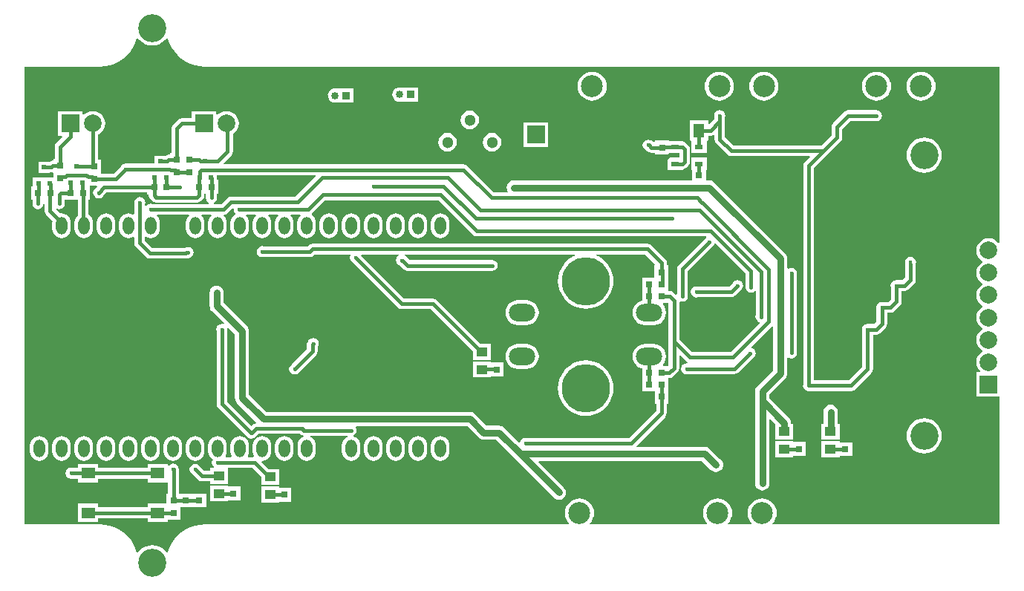
<source format=gtl>
G04*
G04 #@! TF.GenerationSoftware,Altium Limited,Altium Designer,24.3.1 (35)*
G04*
G04 Layer_Physical_Order=1*
G04 Layer_Color=255*
%FSLAX25Y25*%
%MOIN*%
G70*
G04*
G04 #@! TF.SameCoordinates,5149264C-F6EF-45E8-801D-D6D5ED924B73*
G04*
G04*
G04 #@! TF.FilePolarity,Positive*
G04*
G01*
G75*
%ADD14R,0.03150X0.03150*%
%ADD15R,0.04921X0.03937*%
%ADD16R,0.03150X0.03150*%
%ADD17R,0.03740X0.02362*%
%ADD18R,0.05118X0.05906*%
%ADD19R,0.01968X0.01968*%
%ADD20R,0.06102X0.05118*%
%ADD40C,0.01575*%
%ADD41C,0.03150*%
%ADD42C,0.07874*%
%ADD43R,0.07874X0.07874*%
%ADD44R,0.07874X0.07874*%
%ADD45C,0.05118*%
%ADD46C,0.03347*%
%ADD47R,0.03347X0.03347*%
%ADD48C,0.09843*%
%ADD49C,0.21654*%
%ADD50O,0.11811X0.07874*%
%ADD51O,0.05118X0.07874*%
%ADD52C,0.12598*%
%ADD53C,0.01772*%
G36*
X59366Y114484D02*
X60565Y113500D01*
X61933Y112769D01*
X63417Y112319D01*
X64961Y112167D01*
X66504Y112319D01*
X67989Y112769D01*
X69356Y113500D01*
X70555Y114484D01*
X71342Y115443D01*
X71900Y115334D01*
X72544Y113435D01*
X73549Y111399D01*
X74810Y109511D01*
X76307Y107803D01*
X78015Y106306D01*
X79903Y105044D01*
X81939Y104040D01*
X84090Y103310D01*
X86317Y102867D01*
X88425Y102729D01*
X88583Y102708D01*
X445228D01*
Y23733D01*
X444728Y23563D01*
X444325Y24089D01*
X443173Y24972D01*
X441833Y25528D01*
X440394Y25717D01*
X438955Y25528D01*
X437614Y24972D01*
X436463Y24089D01*
X435579Y22937D01*
X435024Y21596D01*
X434834Y20157D01*
X435024Y18719D01*
X435579Y17378D01*
X436463Y16226D01*
X437470Y15454D01*
X437510Y15318D01*
Y14997D01*
X437470Y14862D01*
X436463Y14089D01*
X435579Y12937D01*
X435024Y11596D01*
X434834Y10158D01*
X435024Y8719D01*
X435579Y7378D01*
X436463Y6226D01*
X437470Y5454D01*
X437510Y5318D01*
Y4997D01*
X437470Y4862D01*
X436463Y4089D01*
X435579Y2937D01*
X435024Y1596D01*
X434834Y158D01*
X435024Y-1281D01*
X435579Y-2622D01*
X436463Y-3774D01*
X437536Y-4598D01*
X437580Y-4882D01*
X437536Y-5166D01*
X436463Y-5990D01*
X435579Y-7141D01*
X435024Y-8482D01*
X434834Y-9921D01*
X435024Y-11360D01*
X435579Y-12701D01*
X436463Y-13852D01*
X437470Y-14625D01*
X437510Y-14760D01*
Y-15082D01*
X437470Y-15217D01*
X436463Y-15990D01*
X435579Y-17142D01*
X435024Y-18482D01*
X434834Y-19921D01*
X435024Y-21360D01*
X435579Y-22701D01*
X436463Y-23852D01*
X437470Y-24625D01*
X437510Y-24760D01*
Y-25082D01*
X437470Y-25217D01*
X436463Y-25990D01*
X435579Y-27141D01*
X435024Y-28482D01*
X434834Y-29921D01*
X435024Y-31360D01*
X435579Y-32701D01*
X436463Y-33852D01*
X436572Y-33936D01*
X436411Y-34409D01*
X434882D01*
Y-45433D01*
X445228D01*
Y-102708D01*
X343537D01*
X343396Y-102208D01*
X344132Y-101312D01*
X344735Y-100183D01*
X345107Y-98958D01*
X345232Y-97685D01*
X345107Y-96412D01*
X344735Y-95187D01*
X344132Y-94059D01*
X343320Y-93069D01*
X342331Y-92258D01*
X341203Y-91654D01*
X339978Y-91283D01*
X338705Y-91158D01*
X337431Y-91283D01*
X336207Y-91654D01*
X335078Y-92258D01*
X334089Y-93069D01*
X333277Y-94059D01*
X332674Y-95187D01*
X332303Y-96412D01*
X332177Y-97685D01*
X332303Y-98958D01*
X332674Y-100183D01*
X333277Y-101312D01*
X334013Y-102208D01*
X333872Y-102708D01*
X323537D01*
X323396Y-102208D01*
X324132Y-101312D01*
X324735Y-100183D01*
X325107Y-98958D01*
X325232Y-97685D01*
X325107Y-96412D01*
X324735Y-95187D01*
X324132Y-94059D01*
X323320Y-93069D01*
X322331Y-92258D01*
X321203Y-91654D01*
X319978Y-91283D01*
X318705Y-91158D01*
X317431Y-91283D01*
X316207Y-91654D01*
X315078Y-92258D01*
X314089Y-93069D01*
X313277Y-94059D01*
X312674Y-95187D01*
X312303Y-96412D01*
X312177Y-97685D01*
X312303Y-98958D01*
X312674Y-100183D01*
X313277Y-101312D01*
X314013Y-102208D01*
X313872Y-102708D01*
X261538D01*
X261396Y-102208D01*
X262132Y-101312D01*
X262735Y-100183D01*
X263107Y-98958D01*
X263232Y-97685D01*
X263107Y-96412D01*
X262735Y-95187D01*
X262132Y-94059D01*
X261320Y-93069D01*
X260331Y-92258D01*
X259203Y-91654D01*
X257978Y-91283D01*
X256705Y-91158D01*
X255431Y-91283D01*
X254207Y-91654D01*
X253078Y-92258D01*
X252089Y-93069D01*
X251277Y-94059D01*
X250674Y-95187D01*
X250303Y-96412D01*
X250177Y-97685D01*
X250303Y-98958D01*
X250674Y-100183D01*
X251277Y-101312D01*
X252013Y-102208D01*
X251872Y-102708D01*
X88583D01*
X88425Y-102729D01*
X86317Y-102867D01*
X84090Y-103310D01*
X81939Y-104040D01*
X79903Y-105044D01*
X78015Y-106306D01*
X76307Y-107803D01*
X74810Y-109511D01*
X73549Y-111399D01*
X72544Y-113435D01*
X71900Y-115334D01*
X71342Y-115443D01*
X70555Y-114484D01*
X69356Y-113500D01*
X67989Y-112769D01*
X66504Y-112319D01*
X64961Y-112167D01*
X63417Y-112319D01*
X61933Y-112769D01*
X60565Y-113500D01*
X59366Y-114484D01*
X58579Y-115443D01*
X58022Y-115334D01*
X57377Y-113435D01*
X56373Y-111399D01*
X55111Y-109511D01*
X53614Y-107803D01*
X51907Y-106306D01*
X50019Y-105044D01*
X47982Y-104040D01*
X45832Y-103310D01*
X43604Y-102867D01*
X41496Y-102729D01*
X41339Y-102708D01*
X7528D01*
Y99725D01*
Y102708D01*
X41339D01*
X41496Y102729D01*
X43604Y102867D01*
X45832Y103310D01*
X47982Y104040D01*
X50019Y105044D01*
X51907Y106306D01*
X53614Y107803D01*
X55111Y109511D01*
X56373Y111399D01*
X57377Y113435D01*
X58022Y115334D01*
X58579Y115443D01*
X59366Y114484D01*
D02*
G37*
%LPC*%
G36*
X410039Y100464D02*
X408766Y100339D01*
X407541Y99968D01*
X406413Y99365D01*
X405424Y98553D01*
X404612Y97563D01*
X404009Y96435D01*
X403637Y95210D01*
X403512Y93937D01*
X403637Y92664D01*
X404009Y91439D01*
X404612Y90311D01*
X405424Y89321D01*
X406413Y88510D01*
X407541Y87906D01*
X408766Y87535D01*
X410039Y87410D01*
X411313Y87535D01*
X412537Y87906D01*
X413666Y88510D01*
X414655Y89321D01*
X415467Y90311D01*
X416070Y91439D01*
X416441Y92664D01*
X416567Y93937D01*
X416441Y95210D01*
X416070Y96435D01*
X415467Y97563D01*
X414655Y98553D01*
X413666Y99365D01*
X412537Y99968D01*
X411313Y100339D01*
X410039Y100464D01*
D02*
G37*
G36*
X390039D02*
X388766Y100339D01*
X387541Y99968D01*
X386413Y99365D01*
X385424Y98553D01*
X384612Y97563D01*
X384009Y96435D01*
X383637Y95210D01*
X383512Y93937D01*
X383637Y92664D01*
X384009Y91439D01*
X384612Y90311D01*
X385424Y89321D01*
X386413Y88510D01*
X387541Y87906D01*
X388766Y87535D01*
X390039Y87410D01*
X391313Y87535D01*
X392537Y87906D01*
X393666Y88510D01*
X394655Y89321D01*
X395467Y90311D01*
X396070Y91439D01*
X396441Y92664D01*
X396567Y93937D01*
X396441Y95210D01*
X396070Y96435D01*
X395467Y97563D01*
X394655Y98553D01*
X393666Y99365D01*
X392537Y99968D01*
X391313Y100339D01*
X390039Y100464D01*
D02*
G37*
G36*
X339449D02*
X338175Y100339D01*
X336951Y99968D01*
X335822Y99365D01*
X334833Y98553D01*
X334021Y97563D01*
X333418Y96435D01*
X333047Y95210D01*
X332921Y93937D01*
X333047Y92664D01*
X333418Y91439D01*
X334021Y90311D01*
X334833Y89321D01*
X335822Y88510D01*
X336951Y87906D01*
X338175Y87535D01*
X339449Y87410D01*
X340722Y87535D01*
X341947Y87906D01*
X343075Y88510D01*
X344064Y89321D01*
X344876Y90311D01*
X345479Y91439D01*
X345851Y92664D01*
X345976Y93937D01*
X345851Y95210D01*
X345479Y96435D01*
X344876Y97563D01*
X344064Y98553D01*
X343075Y99365D01*
X341947Y99968D01*
X340722Y100339D01*
X339449Y100464D01*
D02*
G37*
G36*
X319449D02*
X318175Y100339D01*
X316951Y99968D01*
X315822Y99365D01*
X314833Y98553D01*
X314021Y97563D01*
X313418Y96435D01*
X313047Y95210D01*
X312921Y93937D01*
X313047Y92664D01*
X313418Y91439D01*
X314021Y90311D01*
X314833Y89321D01*
X315822Y88510D01*
X316951Y87906D01*
X318175Y87535D01*
X319449Y87410D01*
X320722Y87535D01*
X321947Y87906D01*
X323075Y88510D01*
X324064Y89321D01*
X324876Y90311D01*
X325479Y91439D01*
X325851Y92664D01*
X325976Y93937D01*
X325851Y95210D01*
X325479Y96435D01*
X324876Y97563D01*
X324064Y98553D01*
X323075Y99365D01*
X321947Y99968D01*
X320722Y100339D01*
X319449Y100464D01*
D02*
G37*
G36*
X262413D02*
X261140Y100339D01*
X259915Y99968D01*
X258787Y99365D01*
X257798Y98553D01*
X256986Y97563D01*
X256383Y96435D01*
X256011Y95210D01*
X255886Y93937D01*
X256011Y92664D01*
X256383Y91439D01*
X256986Y90311D01*
X257798Y89321D01*
X258787Y88510D01*
X259915Y87906D01*
X261140Y87535D01*
X262413Y87410D01*
X263687Y87535D01*
X264911Y87906D01*
X266040Y88510D01*
X267029Y89321D01*
X267841Y90311D01*
X268444Y91439D01*
X268815Y92664D01*
X268941Y93937D01*
X268815Y95210D01*
X268444Y96435D01*
X267841Y97563D01*
X267029Y98553D01*
X266040Y99365D01*
X264911Y99968D01*
X263687Y100339D01*
X262413Y100464D01*
D02*
G37*
G36*
X176000Y93441D02*
X175152Y93330D01*
X174362Y93002D01*
X173684Y92482D01*
X173163Y91803D01*
X172836Y91013D01*
X172724Y90165D01*
X172836Y89317D01*
X173163Y88527D01*
X173684Y87849D01*
X174362Y87328D01*
X175152Y87001D01*
X176000Y86889D01*
X176848Y87001D01*
X177173Y87136D01*
X177673Y86917D01*
Y86917D01*
X184169D01*
Y93413D01*
X177673D01*
Y93413D01*
X177173Y93195D01*
X176848Y93330D01*
X176000Y93441D01*
D02*
G37*
G36*
X147024Y93059D02*
X146176Y92948D01*
X145386Y92621D01*
X144707Y92100D01*
X144186Y91422D01*
X143859Y90631D01*
X143748Y89784D01*
X143859Y88936D01*
X144186Y88145D01*
X144707Y87467D01*
X145386Y86946D01*
X146176Y86619D01*
X147024Y86507D01*
X147871Y86619D01*
X148197Y86754D01*
X148697Y86535D01*
Y86535D01*
X155193D01*
Y93032D01*
X148697D01*
Y93032D01*
X148197Y92813D01*
X147871Y92948D01*
X147024Y93059D01*
D02*
G37*
G36*
X98232Y82779D02*
X96793Y82589D01*
X95453Y82034D01*
X94301Y81150D01*
X94218Y81041D01*
X93744Y81202D01*
Y82731D01*
X82721D01*
Y79628D01*
X78302D01*
X77380Y79444D01*
X76599Y78922D01*
X74313Y76636D01*
X73790Y75855D01*
X73607Y74933D01*
Y64040D01*
X72866D01*
Y63298D01*
X72307D01*
X71386Y63115D01*
X70813Y62732D01*
X66000D01*
Y59137D01*
X53453D01*
X52949Y59237D01*
X51989Y59046D01*
X51175Y58502D01*
X50889Y58075D01*
X47585Y54771D01*
X41929D01*
Y61024D01*
X40641D01*
Y72251D01*
X41012Y72405D01*
X42163Y73288D01*
X43047Y74440D01*
X43602Y75780D01*
X43792Y77219D01*
X43602Y78658D01*
X43047Y79999D01*
X42163Y81150D01*
X41012Y82034D01*
X39671Y82589D01*
X38232Y82779D01*
X36793Y82589D01*
X35453Y82034D01*
X34301Y81150D01*
X34218Y81041D01*
X33744Y81202D01*
Y82731D01*
X22720D01*
Y71707D01*
X24414D01*
X24605Y71245D01*
X21852Y68493D01*
X21330Y67711D01*
X21147Y66790D01*
X21221Y66413D01*
Y61303D01*
X20539D01*
Y60562D01*
X20225D01*
X19303Y60379D01*
X18917Y60122D01*
Y60122D01*
X18917Y60122D01*
X13799D01*
Y55004D01*
X18917D01*
Y55155D01*
X19634D01*
X20143Y55256D01*
X20539Y54825D01*
Y52839D01*
X16858D01*
X16358Y52839D01*
Y52839D01*
X16358D01*
Y52839D01*
X11240D01*
Y49126D01*
X10453D01*
Y42827D01*
X11227D01*
Y41636D01*
X11161Y41299D01*
X11351Y40339D01*
X11895Y39525D01*
X12709Y38981D01*
X13669Y38790D01*
X14629Y38981D01*
X15443Y39525D01*
X15987Y40339D01*
X16079Y40803D01*
X16307Y40920D01*
X16620Y40956D01*
X16666Y40905D01*
Y37862D01*
X16850Y36941D01*
X17372Y36159D01*
X20163Y33368D01*
X20075Y32693D01*
Y29937D01*
X20217Y28858D01*
X20633Y27852D01*
X21296Y26989D01*
X22159Y26326D01*
X23165Y25910D01*
X24244Y25767D01*
X25323Y25910D01*
X26329Y26326D01*
X27192Y26989D01*
X27855Y27852D01*
X28272Y28858D01*
X28414Y29937D01*
Y32693D01*
X28272Y33772D01*
X27855Y34778D01*
X27192Y35641D01*
X26329Y36304D01*
X25323Y36720D01*
X24244Y36862D01*
X23570Y36774D01*
X21757Y38587D01*
X22075Y38975D01*
X22154Y38922D01*
X23114Y38731D01*
X24074Y38922D01*
X24888Y39466D01*
X25432Y40280D01*
X25623Y41240D01*
X25523Y41745D01*
Y42913D01*
X31450D01*
Y35759D01*
X31296Y35641D01*
X30633Y34778D01*
X30217Y33772D01*
X30075Y32693D01*
Y29937D01*
X30217Y28858D01*
X30633Y27852D01*
X31296Y26989D01*
X32159Y26326D01*
X33165Y25910D01*
X34244Y25767D01*
X35323Y25910D01*
X36329Y26326D01*
X37192Y26989D01*
X37855Y27852D01*
X38272Y28858D01*
X38414Y29937D01*
Y32693D01*
X38272Y33772D01*
X37855Y34778D01*
X37192Y35641D01*
X36329Y36304D01*
X36267Y36330D01*
Y42913D01*
X37008D01*
Y49213D01*
X37508Y49213D01*
X39929D01*
X40120Y48751D01*
X39532Y48162D01*
X39104Y47876D01*
X38560Y47063D01*
X38369Y46102D01*
X38560Y45142D01*
X39104Y44328D01*
X39918Y43784D01*
X40878Y43593D01*
X41838Y43784D01*
X42652Y44328D01*
X42938Y44756D01*
X44360Y46178D01*
X62653D01*
Y45437D01*
X63395D01*
Y45052D01*
X63578Y44131D01*
X64100Y43349D01*
X65023Y42427D01*
X65804Y41905D01*
X66726Y41721D01*
X84999D01*
X85921Y41905D01*
X86702Y42427D01*
X87625Y43349D01*
X88147Y44131D01*
X88330Y45052D01*
Y45513D01*
X89043D01*
Y44236D01*
X88960Y43819D01*
X89151Y42859D01*
X89694Y42045D01*
X90405Y41570D01*
X90308Y41070D01*
X65188D01*
X64228Y41261D01*
X63268Y41070D01*
X62454Y40526D01*
X62226Y40183D01*
X61691Y40283D01*
X61625Y40577D01*
X61684Y40666D01*
X61875Y41626D01*
X61684Y42586D01*
X61140Y43400D01*
X60326Y43944D01*
X59366Y44135D01*
X58406Y43944D01*
X57592Y43400D01*
X57048Y42586D01*
X57011Y42400D01*
X56940Y42294D01*
X56757Y41372D01*
Y36529D01*
X56257Y36334D01*
X55323Y36720D01*
X54244Y36862D01*
X53165Y36720D01*
X52159Y36304D01*
X51296Y35641D01*
X50633Y34778D01*
X50217Y33772D01*
X50075Y32693D01*
Y29937D01*
X50217Y28858D01*
X50633Y27852D01*
X51296Y26989D01*
X52159Y26326D01*
X53165Y25910D01*
X54244Y25767D01*
X55323Y25910D01*
X56257Y26296D01*
X56757Y26101D01*
Y23709D01*
X56940Y22787D01*
X57462Y22006D01*
X62234Y17234D01*
X63015Y16712D01*
X63937Y16529D01*
X80006D01*
X80928Y16712D01*
X80994Y16756D01*
X81059Y16743D01*
X82019Y16934D01*
X82833Y17478D01*
X83377Y18292D01*
X83568Y19252D01*
X83377Y20212D01*
X82833Y21026D01*
X82019Y21570D01*
X81059Y21761D01*
X80365Y21623D01*
X80284D01*
X79362Y21440D01*
X79221Y21346D01*
X64935D01*
X61574Y24706D01*
Y26210D01*
X62022Y26431D01*
X62159Y26326D01*
X63165Y25910D01*
X64244Y25767D01*
X65323Y25910D01*
X66329Y26326D01*
X67192Y26989D01*
X67855Y27852D01*
X68272Y28858D01*
X68414Y29937D01*
Y32693D01*
X68272Y33772D01*
X67855Y34778D01*
X67192Y35641D01*
X67012Y35780D01*
X67173Y36253D01*
X81315D01*
X81476Y35780D01*
X81296Y35641D01*
X80633Y34778D01*
X80217Y33772D01*
X80075Y32693D01*
Y29937D01*
X80217Y28858D01*
X80633Y27852D01*
X81296Y26989D01*
X82159Y26326D01*
X83165Y25910D01*
X84244Y25767D01*
X85323Y25910D01*
X86329Y26326D01*
X87192Y26989D01*
X87855Y27852D01*
X88272Y28858D01*
X88414Y29937D01*
Y32693D01*
X88272Y33772D01*
X87855Y34778D01*
X87192Y35641D01*
X87012Y35780D01*
X87173Y36253D01*
X91315D01*
X91476Y35780D01*
X91296Y35641D01*
X90633Y34778D01*
X90217Y33772D01*
X90075Y32693D01*
Y29937D01*
X90217Y28858D01*
X90633Y27852D01*
X91296Y26989D01*
X92159Y26326D01*
X93165Y25910D01*
X94244Y25767D01*
X95323Y25910D01*
X96329Y26326D01*
X97192Y26989D01*
X97855Y27852D01*
X98272Y28858D01*
X98414Y29937D01*
Y32693D01*
X98272Y33772D01*
X97855Y34778D01*
X97192Y35641D01*
X96994Y35793D01*
X97183Y36279D01*
X97973Y36436D01*
X98754Y36958D01*
X101043Y39247D01*
X101503Y39000D01*
X101428Y38622D01*
X101619Y37662D01*
X102163Y36848D01*
X102223Y36808D01*
X102188Y36448D01*
X102121Y36275D01*
X101296Y35641D01*
X100633Y34778D01*
X100217Y33772D01*
X100075Y32693D01*
Y29937D01*
X100217Y28858D01*
X100633Y27852D01*
X101296Y26989D01*
X102159Y26326D01*
X103165Y25910D01*
X104244Y25767D01*
X105323Y25910D01*
X106329Y26326D01*
X107192Y26989D01*
X107855Y27852D01*
X108272Y28858D01*
X108414Y29937D01*
Y32693D01*
X108272Y33772D01*
X107855Y34778D01*
X107192Y35641D01*
X107063Y35740D01*
X107224Y36214D01*
X111264D01*
X111425Y35740D01*
X111296Y35641D01*
X110633Y34778D01*
X110217Y33772D01*
X110075Y32693D01*
Y29937D01*
X110217Y28858D01*
X110633Y27852D01*
X111296Y26989D01*
X112159Y26326D01*
X113165Y25910D01*
X114244Y25767D01*
X115323Y25910D01*
X116329Y26326D01*
X117192Y26989D01*
X117855Y27852D01*
X118272Y28858D01*
X118414Y29937D01*
Y32693D01*
X118272Y33772D01*
X117855Y34778D01*
X117192Y35641D01*
X117063Y35740D01*
X117224Y36214D01*
X121264D01*
X121425Y35740D01*
X121296Y35641D01*
X120633Y34778D01*
X120217Y33772D01*
X120075Y32693D01*
Y29937D01*
X120217Y28858D01*
X120633Y27852D01*
X121296Y26989D01*
X122159Y26326D01*
X123165Y25910D01*
X124244Y25767D01*
X125323Y25910D01*
X126329Y26326D01*
X127192Y26989D01*
X127855Y27852D01*
X128272Y28858D01*
X128414Y29937D01*
Y32693D01*
X128272Y33772D01*
X127855Y34778D01*
X127192Y35641D01*
X127064Y35740D01*
X127224Y36214D01*
X131264D01*
X131425Y35740D01*
X131296Y35641D01*
X130633Y34778D01*
X130217Y33772D01*
X130075Y32693D01*
Y29937D01*
X130217Y28858D01*
X130633Y27852D01*
X131296Y26989D01*
X132159Y26326D01*
X133165Y25910D01*
X134244Y25767D01*
X135323Y25910D01*
X136329Y26326D01*
X137192Y26989D01*
X137855Y27852D01*
X138272Y28858D01*
X138414Y29937D01*
Y32693D01*
X138272Y33772D01*
X137855Y34778D01*
X137192Y35641D01*
X136512Y36163D01*
X136478Y36742D01*
X136742Y36919D01*
X142572Y42749D01*
X193389D01*
X208864Y27273D01*
X209646Y26751D01*
X210567Y26568D01*
X313549D01*
X313701Y26068D01*
X313226Y25750D01*
X312940Y25323D01*
X301171Y13554D01*
X300649Y12772D01*
X300465Y11850D01*
Y475D01*
X299966Y267D01*
X298912Y1321D01*
X298131Y1843D01*
X297209Y2026D01*
X296714D01*
Y8029D01*
X296714D01*
Y13559D01*
X295973D01*
Y14507D01*
X295789Y15428D01*
X295267Y16210D01*
X288920Y22557D01*
X288138Y23079D01*
X287217Y23263D01*
X136918D01*
X135996Y23079D01*
X135215Y22557D01*
X134712Y22054D01*
X114835D01*
X114331Y22154D01*
X113371Y21964D01*
X112557Y21420D01*
X112013Y20606D01*
X111822Y19646D01*
X112013Y18686D01*
X112557Y17872D01*
X113371Y17328D01*
X114331Y17137D01*
X114835Y17237D01*
X135710D01*
X136631Y17421D01*
X137413Y17943D01*
X137916Y18446D01*
X153772D01*
X154007Y18005D01*
X153922Y17877D01*
X153731Y16917D01*
X153922Y15957D01*
X154466Y15143D01*
X154894Y14857D01*
X175228Y-5476D01*
X176009Y-5998D01*
X176931Y-6182D01*
X189854D01*
X208878Y-25206D01*
Y-28887D01*
X216949D01*
Y-21800D01*
X212284D01*
X192554Y-2070D01*
X191773Y-1548D01*
X190851Y-1365D01*
X177928D01*
X158618Y17946D01*
X158825Y18446D01*
X175498D01*
X175650Y17946D01*
X175080Y17566D01*
X174537Y16752D01*
X174346Y15791D01*
X174537Y14831D01*
X175080Y14017D01*
X175894Y13474D01*
X176266Y13400D01*
X177904Y11762D01*
X178686Y11240D01*
X179607Y11056D01*
X216936D01*
X217441Y10956D01*
X218401Y11147D01*
X219215Y11691D01*
X219759Y12505D01*
X219950Y13465D01*
X219759Y14425D01*
X219215Y15239D01*
X218401Y15782D01*
X217441Y15973D01*
X216936Y15873D01*
X180605D01*
X178984Y17495D01*
X178308Y17946D01*
X178412Y18446D01*
X254726D01*
X254825Y17946D01*
X253861Y17547D01*
X252197Y16527D01*
X250713Y15259D01*
X249445Y13774D01*
X248425Y12110D01*
X247678Y10307D01*
X247222Y8409D01*
X247069Y6463D01*
X247222Y4516D01*
X247678Y2618D01*
X248425Y815D01*
X249445Y-850D01*
X250713Y-2334D01*
X252197Y-3602D01*
X253861Y-4622D01*
X255665Y-5369D01*
X257563Y-5824D01*
X259509Y-5977D01*
X261455Y-5824D01*
X263353Y-5369D01*
X265157Y-4622D01*
X266821Y-3602D01*
X268305Y-2334D01*
X269573Y-850D01*
X270593Y815D01*
X271340Y2618D01*
X271796Y4516D01*
X271949Y6463D01*
X271796Y8409D01*
X271340Y10307D01*
X270593Y12110D01*
X269573Y13774D01*
X268305Y15259D01*
X266821Y16527D01*
X265157Y17547D01*
X264193Y17946D01*
X264292Y18446D01*
X286219D01*
X290644Y14021D01*
X290452Y13559D01*
X290415D01*
Y8029D01*
X284903D01*
Y1730D01*
Y-2327D01*
X284645Y-2361D01*
X283304Y-2916D01*
X282153Y-3799D01*
X281269Y-4951D01*
X280714Y-6292D01*
X280524Y-7730D01*
X280714Y-9169D01*
X281269Y-10510D01*
X282153Y-11661D01*
X283304Y-12545D01*
X284645Y-13100D01*
X286084Y-13290D01*
X290021D01*
X291460Y-13100D01*
X292801Y-12545D01*
X293952Y-11661D01*
X294835Y-10510D01*
X295391Y-9169D01*
X295580Y-7730D01*
X295391Y-6292D01*
X294835Y-4951D01*
X294130Y-4032D01*
X294377Y-3532D01*
X296682D01*
Y-20713D01*
Y-31614D01*
X294377D01*
X294130Y-31114D01*
X294835Y-30195D01*
X295391Y-28854D01*
X295580Y-27415D01*
X295391Y-25977D01*
X294835Y-24636D01*
X293952Y-23484D01*
X292801Y-22601D01*
X291460Y-22046D01*
X290021Y-21856D01*
X286084D01*
X284645Y-22046D01*
X283304Y-22601D01*
X282153Y-23484D01*
X281269Y-24636D01*
X280714Y-25977D01*
X280524Y-27415D01*
X280714Y-28854D01*
X281269Y-30195D01*
X282153Y-31346D01*
X283304Y-32230D01*
X284645Y-32785D01*
X284903Y-32819D01*
Y-37913D01*
Y-43146D01*
X290421D01*
Y-48670D01*
X291162D01*
Y-49272D01*
X291095Y-49604D01*
Y-51837D01*
X278963Y-63969D01*
X232985D01*
X232480Y-63869D01*
X231520Y-64060D01*
X230706Y-64604D01*
X230162Y-65418D01*
X230075Y-65856D01*
X229533Y-66020D01*
X222880Y-59368D01*
X222222Y-58863D01*
X221456Y-58546D01*
X220634Y-58437D01*
X215017D01*
X209857Y-53277D01*
X209199Y-52772D01*
X208433Y-52455D01*
X207610Y-52347D01*
X116092D01*
X108413Y-44668D01*
Y-16063D01*
X108305Y-15241D01*
X107987Y-14475D01*
X107483Y-13817D01*
X96996Y-3330D01*
Y1260D01*
X96887Y2082D01*
X96570Y2848D01*
X96065Y3506D01*
X95407Y4011D01*
X94641Y4328D01*
X93819Y4437D01*
X92997Y4328D01*
X92230Y4011D01*
X91573Y3506D01*
X91068Y2848D01*
X90750Y2082D01*
X90642Y1260D01*
Y-4646D01*
X90750Y-5468D01*
X91068Y-6234D01*
X91573Y-6892D01*
X97125Y-12445D01*
X96879Y-12905D01*
X96181Y-12767D01*
X95221Y-12958D01*
X94407Y-13501D01*
X93863Y-14315D01*
X93672Y-15276D01*
X93773Y-15780D01*
Y-48740D01*
X93956Y-49662D01*
X94478Y-50443D01*
X107113Y-63078D01*
X107399Y-63506D01*
X108213Y-64050D01*
X109173Y-64241D01*
X110133Y-64050D01*
X110167Y-64028D01*
X110521Y-63957D01*
X111302Y-63435D01*
X112566Y-62172D01*
X131286D01*
X131360Y-62246D01*
X132141Y-62768D01*
X132757Y-62891D01*
X132808Y-63411D01*
X132120Y-63696D01*
X131256Y-64359D01*
X130594Y-65222D01*
X130177Y-66228D01*
X130035Y-67307D01*
Y-70063D01*
X130177Y-71142D01*
X130594Y-72148D01*
X131256Y-73011D01*
X132120Y-73674D01*
X133126Y-74090D01*
X134205Y-74233D01*
X135284Y-74090D01*
X136290Y-73674D01*
X137153Y-73011D01*
X137816Y-72148D01*
X138232Y-71142D01*
X138374Y-70063D01*
Y-67307D01*
X138232Y-66228D01*
X137816Y-65222D01*
X137153Y-64359D01*
X136290Y-63696D01*
X135699Y-63452D01*
X135799Y-62952D01*
X152611D01*
X152710Y-63452D01*
X152120Y-63696D01*
X151256Y-64359D01*
X150594Y-65222D01*
X150177Y-66228D01*
X150035Y-67307D01*
Y-70063D01*
X150177Y-71142D01*
X150594Y-72148D01*
X151256Y-73011D01*
X152120Y-73674D01*
X153126Y-74090D01*
X154205Y-74233D01*
X155284Y-74090D01*
X156290Y-73674D01*
X157153Y-73011D01*
X157816Y-72148D01*
X158232Y-71142D01*
X158374Y-70063D01*
Y-67307D01*
X158232Y-66228D01*
X157816Y-65222D01*
X157153Y-64359D01*
X156290Y-63696D01*
X155337Y-63302D01*
X155325Y-63271D01*
X155287Y-63089D01*
X155292Y-62776D01*
X155979Y-62317D01*
X156523Y-61503D01*
X156714Y-60543D01*
X156523Y-59583D01*
X156267Y-59200D01*
X156534Y-58700D01*
X206294D01*
X211455Y-63860D01*
X212112Y-64365D01*
X212879Y-64683D01*
X213701Y-64791D01*
X219318D01*
X227955Y-73427D01*
X245256Y-90729D01*
X245914Y-91233D01*
X246680Y-91551D01*
X247502Y-91659D01*
X248324Y-91551D01*
X249090Y-91233D01*
X249748Y-90729D01*
X250253Y-90071D01*
X250571Y-89305D01*
X250679Y-88482D01*
X250571Y-87660D01*
X250253Y-86894D01*
X249748Y-86236D01*
X238332Y-74820D01*
X238524Y-74358D01*
X311676D01*
X315588Y-78270D01*
X316246Y-78775D01*
X317012Y-79092D01*
X317835Y-79200D01*
X318032D01*
X318854Y-79092D01*
X319620Y-78775D01*
X320278Y-78270D01*
X320783Y-77612D01*
X321100Y-76846D01*
X321208Y-76024D01*
X321100Y-75201D01*
X320783Y-74435D01*
X320278Y-73777D01*
X319620Y-73272D01*
X319545Y-73242D01*
X315238Y-68935D01*
X314580Y-68430D01*
X313814Y-68112D01*
X312992Y-68004D01*
X282394D01*
X282202Y-67542D01*
X295207Y-54538D01*
X295729Y-53756D01*
X295912Y-52835D01*
Y-49871D01*
X295979Y-49538D01*
Y-48670D01*
X296720D01*
Y-42371D01*
X296714D01*
Y-37172D01*
X296941D01*
X297863Y-36989D01*
X298644Y-36467D01*
X300794Y-34317D01*
X301316Y-33536D01*
X301499Y-32614D01*
Y-27180D01*
X301961Y-26989D01*
X304490Y-29518D01*
X305271Y-30040D01*
X305163Y-30523D01*
X304764Y-30444D01*
X303804Y-30635D01*
X302990Y-31179D01*
X302446Y-31993D01*
X302255Y-32953D01*
X302446Y-33913D01*
X302990Y-34727D01*
X303804Y-35271D01*
X304764Y-35462D01*
X305268Y-35361D01*
X326142D01*
X327063Y-35178D01*
X327845Y-34656D01*
X334224Y-28277D01*
X334295Y-28263D01*
X335109Y-27719D01*
X335653Y-26905D01*
X335844Y-25945D01*
X335653Y-24985D01*
X335109Y-24171D01*
X334295Y-23627D01*
X333923Y-23553D01*
X333758Y-23010D01*
X343174Y-13595D01*
X343674Y-13802D01*
Y-16929D01*
Y-33719D01*
X336533Y-40859D01*
X336028Y-41517D01*
X335711Y-42284D01*
X335603Y-43106D01*
Y-47476D01*
Y-84409D01*
X335711Y-85232D01*
X336028Y-85998D01*
X336533Y-86656D01*
X337191Y-87161D01*
X337957Y-87478D01*
X338779Y-87586D01*
X339602Y-87478D01*
X340368Y-87161D01*
X341026Y-86656D01*
X341531Y-85998D01*
X341848Y-85232D01*
X341956Y-84409D01*
Y-55799D01*
X342418Y-55608D01*
X344520Y-57709D01*
Y-64683D01*
X352590D01*
Y-57597D01*
X351732D01*
Y-57252D01*
X351624Y-56430D01*
X351306Y-55664D01*
X350801Y-55006D01*
X341956Y-46161D01*
Y-44422D01*
X349097Y-37281D01*
X349602Y-36623D01*
X349919Y-35857D01*
X350027Y-35035D01*
Y-28064D01*
X350527Y-27797D01*
X350941Y-28074D01*
X351902Y-28265D01*
X352862Y-28074D01*
X353676Y-27530D01*
X354219Y-26716D01*
X354410Y-25756D01*
X354300Y-25202D01*
Y9387D01*
X354391Y9843D01*
X354200Y10803D01*
X353656Y11616D01*
X352842Y12160D01*
X351882Y12351D01*
X350922Y12160D01*
X350527Y11897D01*
X350027Y12164D01*
Y16535D01*
X349919Y17358D01*
X349602Y18124D01*
X349097Y18782D01*
X317207Y50671D01*
X316549Y51176D01*
X315783Y51494D01*
X314961Y51602D01*
X313504D01*
Y56377D01*
X313759D01*
Y61889D01*
X306869D01*
Y56377D01*
X307205D01*
Y51602D01*
X227165D01*
X226343Y51494D01*
X225577Y51176D01*
X224919Y50671D01*
X224414Y50014D01*
X224097Y49247D01*
X223989Y48425D01*
X224097Y47603D01*
X224414Y46837D01*
X224538Y46676D01*
X224317Y46227D01*
X218332D01*
X206443Y58116D01*
X205662Y58639D01*
X204740Y58822D01*
X97020D01*
X96828Y59284D01*
X100426Y62881D01*
X100948Y63663D01*
X101131Y64584D01*
Y72496D01*
X102163Y73288D01*
X103047Y74440D01*
X103602Y75780D01*
X103792Y77219D01*
X103602Y78658D01*
X103047Y79999D01*
X102163Y81150D01*
X101012Y82034D01*
X99671Y82589D01*
X98232Y82779D01*
D02*
G37*
G36*
X319646Y83296D02*
X318686Y83105D01*
X317872Y82561D01*
X317328Y81748D01*
X317137Y80787D01*
X317237Y80283D01*
Y79187D01*
X314949Y76898D01*
X314449Y77105D01*
Y78622D01*
X306181D01*
Y69567D01*
X306451D01*
X306869Y69369D01*
Y63858D01*
X313759D01*
Y69369D01*
X314177Y69567D01*
X314449D01*
Y71686D01*
X315551D01*
X316473Y71869D01*
X316796Y72085D01*
X317237Y71850D01*
Y70118D01*
X317421Y69196D01*
X317943Y68415D01*
X323100Y63258D01*
X323882Y62735D01*
X324803Y62552D01*
X359910D01*
X360101Y62090D01*
X357880Y59868D01*
X357358Y59087D01*
X357174Y58165D01*
Y-39999D01*
X357074Y-40504D01*
X357265Y-41464D01*
X357809Y-42278D01*
X358623Y-42822D01*
X359583Y-43013D01*
X360087Y-42912D01*
X378732D01*
X379654Y-42729D01*
X380435Y-42207D01*
X387746Y-34896D01*
X388268Y-34115D01*
X388452Y-33193D01*
Y-17649D01*
X389865D01*
X390787Y-17465D01*
X391568Y-16943D01*
X394165Y-14347D01*
X394687Y-13566D01*
X394870Y-12644D01*
Y-7841D01*
X396264D01*
X397186Y-7658D01*
X397968Y-7136D01*
X400564Y-4540D01*
X401086Y-3758D01*
X401269Y-2837D01*
Y2017D01*
X402687D01*
X403609Y2200D01*
X404390Y2722D01*
X406986Y5319D01*
X407508Y6100D01*
X407692Y7022D01*
Y13873D01*
X407629Y14188D01*
X407773Y14909D01*
X407582Y15869D01*
X407038Y16683D01*
X406224Y17227D01*
X405264Y17418D01*
X404304Y17227D01*
X403490Y16683D01*
X402946Y15869D01*
X402755Y14909D01*
X402918Y14090D01*
X402875Y13873D01*
Y8019D01*
X401689Y6834D01*
X399369D01*
X398865Y6934D01*
X397905Y6743D01*
X397091Y6199D01*
X396547Y5385D01*
X396356Y4425D01*
X396452Y3941D01*
Y-1839D01*
X395267Y-3025D01*
X392947D01*
X392442Y-2924D01*
X391482Y-3115D01*
X390668Y-3659D01*
X390124Y-4473D01*
X389933Y-5433D01*
X390053Y-6036D01*
Y-11646D01*
X388868Y-12832D01*
X386548D01*
X386043Y-12731D01*
X385083Y-12922D01*
X384269Y-13466D01*
X383726Y-14280D01*
X383535Y-15240D01*
X383635Y-15745D01*
Y-32195D01*
X377735Y-38096D01*
X361991D01*
Y57168D01*
X370112Y65289D01*
X370112Y65289D01*
X373987Y69163D01*
X374509Y69944D01*
X374692Y70866D01*
Y74731D01*
X378340Y78379D01*
X389021D01*
X389921Y78200D01*
X390881Y78391D01*
X391695Y78935D01*
X392239Y79749D01*
X392430Y80709D01*
X392239Y81669D01*
X391695Y82483D01*
X390881Y83027D01*
X389921Y83218D01*
X389813Y83196D01*
X377343D01*
X376421Y83013D01*
X375640Y82490D01*
X370580Y77431D01*
X370058Y76650D01*
X369875Y75728D01*
Y71864D01*
X366706Y68695D01*
X366706Y68695D01*
X365380Y67369D01*
X325801D01*
X322054Y71116D01*
Y78189D01*
Y80283D01*
X322154Y80787D01*
X321964Y81748D01*
X321420Y82561D01*
X320606Y83105D01*
X319646Y83296D01*
D02*
G37*
G36*
X207457Y82965D02*
X206378Y82823D01*
X205372Y82406D01*
X204508Y81744D01*
X203846Y80880D01*
X203429Y79874D01*
X203287Y78795D01*
X203429Y77716D01*
X203846Y76710D01*
X204508Y75847D01*
X205372Y75184D01*
X206378Y74768D01*
X207457Y74626D01*
X208536Y74768D01*
X209541Y75184D01*
X210405Y75847D01*
X211068Y76710D01*
X211484Y77716D01*
X211626Y78795D01*
X211484Y79874D01*
X211068Y80880D01*
X210405Y81744D01*
X209541Y82406D01*
X208536Y82823D01*
X207457Y82965D01*
D02*
G37*
G36*
X242638Y77756D02*
X231614D01*
Y66732D01*
X242638D01*
Y77756D01*
D02*
G37*
G36*
X217457Y72965D02*
X216377Y72823D01*
X215372Y72406D01*
X214508Y71744D01*
X213846Y70880D01*
X213429Y69874D01*
X213287Y68795D01*
X213429Y67716D01*
X213846Y66711D01*
X214508Y65847D01*
X215372Y65184D01*
X216377Y64768D01*
X217457Y64626D01*
X218536Y64768D01*
X219541Y65184D01*
X220405Y65847D01*
X221068Y66711D01*
X221484Y67716D01*
X221626Y68795D01*
X221484Y69874D01*
X221068Y70880D01*
X220405Y71744D01*
X219541Y72406D01*
X218536Y72823D01*
X217457Y72965D01*
D02*
G37*
G36*
X197457D02*
X196378Y72823D01*
X195372Y72406D01*
X194508Y71744D01*
X193846Y70880D01*
X193429Y69874D01*
X193287Y68795D01*
X193429Y67716D01*
X193846Y66711D01*
X194508Y65847D01*
X195372Y65184D01*
X196378Y64768D01*
X197457Y64626D01*
X198536Y64768D01*
X199541Y65184D01*
X200405Y65847D01*
X201068Y66711D01*
X201484Y67716D01*
X201626Y68795D01*
X201484Y69874D01*
X201068Y70880D01*
X200405Y71744D01*
X199541Y72406D01*
X198536Y72823D01*
X197457Y72965D01*
D02*
G37*
G36*
X287559Y69989D02*
X286599Y69798D01*
X285785Y69254D01*
X285241Y68441D01*
X285050Y67480D01*
X285241Y66520D01*
X285785Y65706D01*
X286599Y65162D01*
X286971Y65088D01*
X287330Y64730D01*
X288111Y64208D01*
X289033Y64025D01*
X290632D01*
Y63283D01*
X296931D01*
Y63858D01*
X301529D01*
Y61889D01*
X296239D01*
Y56377D01*
X303129D01*
Y56760D01*
X303875Y56908D01*
X304657Y57430D01*
X305640Y58414D01*
X306162Y59195D01*
X306346Y60117D01*
Y65630D01*
X306162Y66552D01*
X305640Y67333D01*
X304657Y68317D01*
X303875Y68839D01*
X303129Y68987D01*
Y69369D01*
X296931D01*
Y69583D01*
X290632D01*
Y68842D01*
X290030D01*
X289688Y69183D01*
X288907Y69705D01*
X288552Y69776D01*
X288519Y69798D01*
X287559Y69989D01*
D02*
G37*
G36*
X411417Y70904D02*
X409874Y70752D01*
X408390Y70302D01*
X407022Y69571D01*
X405823Y68587D01*
X404839Y67388D01*
X404108Y66020D01*
X403657Y64536D01*
X403505Y62992D01*
X403657Y61449D01*
X404108Y59964D01*
X404839Y58596D01*
X405823Y57397D01*
X407022Y56414D01*
X408390Y55682D01*
X409874Y55232D01*
X411417Y55080D01*
X412961Y55232D01*
X414445Y55682D01*
X415813Y56414D01*
X417012Y57397D01*
X417996Y58596D01*
X418727Y59964D01*
X419177Y61449D01*
X419329Y62992D01*
X419177Y64536D01*
X418727Y66020D01*
X417996Y67388D01*
X417012Y68587D01*
X415813Y69571D01*
X414445Y70302D01*
X412961Y70752D01*
X411417Y70904D01*
D02*
G37*
G36*
X194244Y36862D02*
X193165Y36720D01*
X192159Y36304D01*
X191296Y35641D01*
X190633Y34778D01*
X190217Y33772D01*
X190075Y32693D01*
Y29937D01*
X190217Y28858D01*
X190633Y27852D01*
X191296Y26989D01*
X192159Y26326D01*
X193165Y25910D01*
X194244Y25767D01*
X195323Y25910D01*
X196329Y26326D01*
X197192Y26989D01*
X197855Y27852D01*
X198272Y28858D01*
X198414Y29937D01*
Y32693D01*
X198272Y33772D01*
X197855Y34778D01*
X197192Y35641D01*
X196329Y36304D01*
X195323Y36720D01*
X194244Y36862D01*
D02*
G37*
G36*
X184244D02*
X183165Y36720D01*
X182159Y36304D01*
X181296Y35641D01*
X180633Y34778D01*
X180217Y33772D01*
X180075Y32693D01*
Y29937D01*
X180217Y28858D01*
X180633Y27852D01*
X181296Y26989D01*
X182159Y26326D01*
X183165Y25910D01*
X184244Y25767D01*
X185323Y25910D01*
X186329Y26326D01*
X187192Y26989D01*
X187855Y27852D01*
X188272Y28858D01*
X188414Y29937D01*
Y32693D01*
X188272Y33772D01*
X187855Y34778D01*
X187192Y35641D01*
X186329Y36304D01*
X185323Y36720D01*
X184244Y36862D01*
D02*
G37*
G36*
X174244D02*
X173165Y36720D01*
X172159Y36304D01*
X171296Y35641D01*
X170633Y34778D01*
X170217Y33772D01*
X170075Y32693D01*
Y29937D01*
X170217Y28858D01*
X170633Y27852D01*
X171296Y26989D01*
X172159Y26326D01*
X173165Y25910D01*
X174244Y25767D01*
X175323Y25910D01*
X176329Y26326D01*
X177192Y26989D01*
X177855Y27852D01*
X178272Y28858D01*
X178414Y29937D01*
Y32693D01*
X178272Y33772D01*
X177855Y34778D01*
X177192Y35641D01*
X176329Y36304D01*
X175323Y36720D01*
X174244Y36862D01*
D02*
G37*
G36*
X164244D02*
X163165Y36720D01*
X162159Y36304D01*
X161296Y35641D01*
X160633Y34778D01*
X160217Y33772D01*
X160075Y32693D01*
Y29937D01*
X160217Y28858D01*
X160633Y27852D01*
X161296Y26989D01*
X162159Y26326D01*
X163165Y25910D01*
X164244Y25767D01*
X165323Y25910D01*
X166329Y26326D01*
X167192Y26989D01*
X167855Y27852D01*
X168272Y28858D01*
X168414Y29937D01*
Y32693D01*
X168272Y33772D01*
X167855Y34778D01*
X167192Y35641D01*
X166329Y36304D01*
X165323Y36720D01*
X164244Y36862D01*
D02*
G37*
G36*
X154244D02*
X153165Y36720D01*
X152159Y36304D01*
X151296Y35641D01*
X150633Y34778D01*
X150217Y33772D01*
X150075Y32693D01*
Y29937D01*
X150217Y28858D01*
X150633Y27852D01*
X151296Y26989D01*
X152159Y26326D01*
X153165Y25910D01*
X154244Y25767D01*
X155323Y25910D01*
X156329Y26326D01*
X157192Y26989D01*
X157855Y27852D01*
X158272Y28858D01*
X158414Y29937D01*
Y32693D01*
X158272Y33772D01*
X157855Y34778D01*
X157192Y35641D01*
X156329Y36304D01*
X155323Y36720D01*
X154244Y36862D01*
D02*
G37*
G36*
X144244D02*
X143165Y36720D01*
X142159Y36304D01*
X141296Y35641D01*
X140633Y34778D01*
X140217Y33772D01*
X140075Y32693D01*
Y29937D01*
X140217Y28858D01*
X140633Y27852D01*
X141296Y26989D01*
X142159Y26326D01*
X143165Y25910D01*
X144244Y25767D01*
X145323Y25910D01*
X146329Y26326D01*
X147192Y26989D01*
X147855Y27852D01*
X148272Y28858D01*
X148414Y29937D01*
Y32693D01*
X148272Y33772D01*
X147855Y34778D01*
X147192Y35641D01*
X146329Y36304D01*
X145323Y36720D01*
X144244Y36862D01*
D02*
G37*
G36*
X44244D02*
X43165Y36720D01*
X42159Y36304D01*
X41296Y35641D01*
X40633Y34778D01*
X40217Y33772D01*
X40075Y32693D01*
Y29937D01*
X40217Y28858D01*
X40633Y27852D01*
X41296Y26989D01*
X42159Y26326D01*
X43165Y25910D01*
X44244Y25767D01*
X45323Y25910D01*
X46329Y26326D01*
X47192Y26989D01*
X47855Y27852D01*
X48272Y28858D01*
X48414Y29937D01*
Y32693D01*
X48272Y33772D01*
X47855Y34778D01*
X47192Y35641D01*
X46329Y36304D01*
X45323Y36720D01*
X44244Y36862D01*
D02*
G37*
G36*
X232934Y-2171D02*
X228997D01*
X227558Y-2361D01*
X226218Y-2916D01*
X225066Y-3799D01*
X224183Y-4951D01*
X223627Y-6292D01*
X223438Y-7730D01*
X223627Y-9169D01*
X224183Y-10510D01*
X225066Y-11661D01*
X226218Y-12545D01*
X227558Y-13100D01*
X228997Y-13290D01*
X232934D01*
X234373Y-13100D01*
X235714Y-12545D01*
X236865Y-11661D01*
X237749Y-10510D01*
X238304Y-9169D01*
X238494Y-7730D01*
X238304Y-6292D01*
X237749Y-4951D01*
X236865Y-3799D01*
X235714Y-2916D01*
X234373Y-2361D01*
X232934Y-2171D01*
D02*
G37*
G36*
Y-21856D02*
X228997D01*
X227558Y-22046D01*
X226218Y-22601D01*
X225066Y-23484D01*
X224183Y-24636D01*
X223627Y-25977D01*
X223438Y-27415D01*
X223627Y-28854D01*
X224183Y-30195D01*
X225066Y-31346D01*
X226218Y-32230D01*
X227558Y-32785D01*
X228997Y-32975D01*
X232934D01*
X234373Y-32785D01*
X235714Y-32230D01*
X236865Y-31346D01*
X237749Y-30195D01*
X238304Y-28854D01*
X238494Y-27415D01*
X238304Y-25977D01*
X237749Y-24636D01*
X236865Y-23484D01*
X235714Y-22601D01*
X234373Y-22046D01*
X232934Y-21856D01*
D02*
G37*
G36*
X137126Y-19066D02*
X136166Y-19257D01*
X135352Y-19801D01*
X134808Y-20615D01*
X134800Y-20654D01*
X134599Y-20954D01*
X134416Y-21876D01*
Y-24028D01*
X127512Y-30932D01*
X127084Y-31218D01*
X126540Y-32032D01*
X126349Y-32992D01*
X126540Y-33952D01*
X127084Y-34766D01*
X127898Y-35310D01*
X128858Y-35501D01*
X129818Y-35310D01*
X130632Y-34766D01*
X130918Y-34338D01*
X138528Y-26729D01*
X139050Y-25947D01*
X139233Y-25026D01*
Y-22850D01*
X139444Y-22535D01*
X139635Y-21575D01*
X139444Y-20615D01*
X138900Y-19801D01*
X138086Y-19257D01*
X137126Y-19066D01*
D02*
G37*
G36*
X216949Y-29674D02*
X208878D01*
Y-36761D01*
X216949D01*
Y-36367D01*
X222617D01*
Y-30068D01*
X216949D01*
Y-29674D01*
D02*
G37*
G36*
X259509Y-29168D02*
X257563Y-29322D01*
X255665Y-29777D01*
X253861Y-30524D01*
X252197Y-31544D01*
X250713Y-32812D01*
X249445Y-34296D01*
X248425Y-35961D01*
X247678Y-37764D01*
X247222Y-39662D01*
X247069Y-41608D01*
X247222Y-43554D01*
X247678Y-45452D01*
X248425Y-47256D01*
X249445Y-48920D01*
X250713Y-50405D01*
X252197Y-51673D01*
X253861Y-52692D01*
X255665Y-53439D01*
X257563Y-53895D01*
X259509Y-54048D01*
X261455Y-53895D01*
X263353Y-53439D01*
X265157Y-52692D01*
X266821Y-51673D01*
X268305Y-50405D01*
X269573Y-48920D01*
X270593Y-47256D01*
X271340Y-45452D01*
X271796Y-43554D01*
X271949Y-41608D01*
X271796Y-39662D01*
X271340Y-37764D01*
X270593Y-35961D01*
X269573Y-34296D01*
X268305Y-32812D01*
X266821Y-31544D01*
X265157Y-30524D01*
X263353Y-29777D01*
X261455Y-29322D01*
X259509Y-29168D01*
D02*
G37*
G36*
X369449Y-49067D02*
X368627Y-49176D01*
X367860Y-49493D01*
X367202Y-49998D01*
X366698Y-50656D01*
X366380Y-51422D01*
X366272Y-52244D01*
Y-57627D01*
X365356D01*
Y-64714D01*
X373427D01*
Y-57627D01*
X372626D01*
Y-52244D01*
X372517Y-51422D01*
X372200Y-50656D01*
X371695Y-49998D01*
X371037Y-49493D01*
X370271Y-49176D01*
X369449Y-49067D01*
D02*
G37*
G36*
X411417Y-55080D02*
X409874Y-55232D01*
X408390Y-55682D01*
X407022Y-56414D01*
X405823Y-57397D01*
X404839Y-58596D01*
X404108Y-59964D01*
X403657Y-61449D01*
X403505Y-62992D01*
X403657Y-64536D01*
X404108Y-66020D01*
X404839Y-67388D01*
X405823Y-68587D01*
X407022Y-69571D01*
X408390Y-70302D01*
X409874Y-70752D01*
X411417Y-70904D01*
X412961Y-70752D01*
X414445Y-70302D01*
X415813Y-69571D01*
X417012Y-68587D01*
X417996Y-67388D01*
X418727Y-66020D01*
X419177Y-64536D01*
X419329Y-62992D01*
X419177Y-61449D01*
X418727Y-59964D01*
X417996Y-58596D01*
X417012Y-57397D01*
X415813Y-56414D01*
X414445Y-55682D01*
X412961Y-55232D01*
X411417Y-55080D01*
D02*
G37*
G36*
X352590Y-65471D02*
X344520D01*
Y-72557D01*
X352590D01*
Y-72164D01*
X358258D01*
Y-65864D01*
X352590D01*
Y-65471D01*
D02*
G37*
G36*
X373427Y-65501D02*
X365356D01*
Y-72588D01*
X373427D01*
Y-72194D01*
X379095D01*
Y-65895D01*
X373427D01*
Y-65501D01*
D02*
G37*
G36*
X114205Y-63138D02*
X113126Y-63280D01*
X112120Y-63696D01*
X111256Y-64359D01*
X110594Y-65222D01*
X110177Y-66228D01*
X110035Y-67307D01*
Y-70063D01*
X110177Y-71142D01*
X110594Y-72148D01*
X110328Y-72623D01*
X108016D01*
X107795Y-72175D01*
X107816Y-72148D01*
X108232Y-71142D01*
X108374Y-70063D01*
Y-67307D01*
X108232Y-66228D01*
X107816Y-65222D01*
X107153Y-64359D01*
X106290Y-63696D01*
X105284Y-63280D01*
X104205Y-63138D01*
X103126Y-63280D01*
X102120Y-63696D01*
X101256Y-64359D01*
X100594Y-65222D01*
X100177Y-66228D01*
X100035Y-67307D01*
Y-70063D01*
X100177Y-71142D01*
X100594Y-72148D01*
X100614Y-72175D01*
X100393Y-72623D01*
X98016D01*
X97795Y-72175D01*
X97816Y-72148D01*
X98232Y-71142D01*
X98374Y-70063D01*
Y-67307D01*
X98232Y-66228D01*
X97816Y-65222D01*
X97153Y-64359D01*
X96289Y-63696D01*
X95284Y-63280D01*
X94205Y-63138D01*
X93126Y-63280D01*
X92120Y-63696D01*
X91256Y-64359D01*
X90594Y-65222D01*
X90177Y-66228D01*
X90035Y-67307D01*
Y-70063D01*
X90177Y-71142D01*
X90594Y-72148D01*
X91256Y-73011D01*
X92120Y-73674D01*
X92130Y-73707D01*
X91887Y-74071D01*
X91696Y-75032D01*
X91887Y-75991D01*
X92431Y-76806D01*
X92692Y-76980D01*
X92541Y-77480D01*
X90965D01*
Y-78615D01*
X88124D01*
X86264Y-76756D01*
X85979Y-76328D01*
X85165Y-75784D01*
X84205Y-75594D01*
X83245Y-75784D01*
X82431Y-76328D01*
X81887Y-77142D01*
X81696Y-78102D01*
X81887Y-79062D01*
X82431Y-79876D01*
X82858Y-80162D01*
X85423Y-82727D01*
X86204Y-83249D01*
X87126Y-83432D01*
X90965D01*
Y-84567D01*
X99035D01*
Y-77480D01*
X99519Y-77440D01*
X109841D01*
X113776Y-81375D01*
Y-85055D01*
X121846D01*
Y-77969D01*
X117182D01*
X113881Y-74667D01*
X114102Y-74219D01*
X114205Y-74233D01*
X115284Y-74090D01*
X116289Y-73674D01*
X117153Y-73011D01*
X117816Y-72148D01*
X118232Y-71142D01*
X118374Y-70063D01*
Y-67307D01*
X118232Y-66228D01*
X117816Y-65222D01*
X117153Y-64359D01*
X116289Y-63696D01*
X115284Y-63280D01*
X114205Y-63138D01*
D02*
G37*
G36*
X194205D02*
X193126Y-63280D01*
X192120Y-63696D01*
X191256Y-64359D01*
X190594Y-65222D01*
X190177Y-66228D01*
X190035Y-67307D01*
Y-70063D01*
X190177Y-71142D01*
X190594Y-72148D01*
X191256Y-73011D01*
X192120Y-73674D01*
X193126Y-74090D01*
X194205Y-74233D01*
X195284Y-74090D01*
X196290Y-73674D01*
X197153Y-73011D01*
X197816Y-72148D01*
X198232Y-71142D01*
X198374Y-70063D01*
Y-67307D01*
X198232Y-66228D01*
X197816Y-65222D01*
X197153Y-64359D01*
X196290Y-63696D01*
X195284Y-63280D01*
X194205Y-63138D01*
D02*
G37*
G36*
X184205D02*
X183126Y-63280D01*
X182120Y-63696D01*
X181256Y-64359D01*
X180594Y-65222D01*
X180177Y-66228D01*
X180035Y-67307D01*
Y-70063D01*
X180177Y-71142D01*
X180594Y-72148D01*
X181256Y-73011D01*
X182120Y-73674D01*
X183126Y-74090D01*
X184205Y-74233D01*
X185284Y-74090D01*
X186290Y-73674D01*
X187153Y-73011D01*
X187816Y-72148D01*
X188232Y-71142D01*
X188374Y-70063D01*
Y-67307D01*
X188232Y-66228D01*
X187816Y-65222D01*
X187153Y-64359D01*
X186290Y-63696D01*
X185284Y-63280D01*
X184205Y-63138D01*
D02*
G37*
G36*
X174205D02*
X173126Y-63280D01*
X172120Y-63696D01*
X171256Y-64359D01*
X170594Y-65222D01*
X170177Y-66228D01*
X170035Y-67307D01*
Y-70063D01*
X170177Y-71142D01*
X170594Y-72148D01*
X171256Y-73011D01*
X172120Y-73674D01*
X173126Y-74090D01*
X174205Y-74233D01*
X175284Y-74090D01*
X176289Y-73674D01*
X177153Y-73011D01*
X177816Y-72148D01*
X178232Y-71142D01*
X178374Y-70063D01*
Y-67307D01*
X178232Y-66228D01*
X177816Y-65222D01*
X177153Y-64359D01*
X176289Y-63696D01*
X175284Y-63280D01*
X174205Y-63138D01*
D02*
G37*
G36*
X164205D02*
X163126Y-63280D01*
X162120Y-63696D01*
X161256Y-64359D01*
X160594Y-65222D01*
X160177Y-66228D01*
X160035Y-67307D01*
Y-70063D01*
X160177Y-71142D01*
X160594Y-72148D01*
X161256Y-73011D01*
X162120Y-73674D01*
X163126Y-74090D01*
X164205Y-74233D01*
X165284Y-74090D01*
X166289Y-73674D01*
X167153Y-73011D01*
X167816Y-72148D01*
X168232Y-71142D01*
X168374Y-70063D01*
Y-67307D01*
X168232Y-66228D01*
X167816Y-65222D01*
X167153Y-64359D01*
X166289Y-63696D01*
X165284Y-63280D01*
X164205Y-63138D01*
D02*
G37*
G36*
X124205D02*
X123126Y-63280D01*
X122120Y-63696D01*
X121256Y-64359D01*
X120594Y-65222D01*
X120177Y-66228D01*
X120035Y-67307D01*
Y-70063D01*
X120177Y-71142D01*
X120594Y-72148D01*
X121256Y-73011D01*
X122120Y-73674D01*
X123126Y-74090D01*
X124205Y-74233D01*
X125284Y-74090D01*
X126289Y-73674D01*
X127153Y-73011D01*
X127816Y-72148D01*
X128232Y-71142D01*
X128374Y-70063D01*
Y-67307D01*
X128232Y-66228D01*
X127816Y-65222D01*
X127153Y-64359D01*
X126289Y-63696D01*
X125284Y-63280D01*
X124205Y-63138D01*
D02*
G37*
G36*
X84205D02*
X83126Y-63280D01*
X82120Y-63696D01*
X81256Y-64359D01*
X80594Y-65222D01*
X80177Y-66228D01*
X80035Y-67307D01*
Y-70063D01*
X80177Y-71142D01*
X80594Y-72148D01*
X81256Y-73011D01*
X82120Y-73674D01*
X83126Y-74090D01*
X84205Y-74233D01*
X85284Y-74090D01*
X86290Y-73674D01*
X87153Y-73011D01*
X87816Y-72148D01*
X88232Y-71142D01*
X88374Y-70063D01*
Y-67307D01*
X88232Y-66228D01*
X87816Y-65222D01*
X87153Y-64359D01*
X86290Y-63696D01*
X85284Y-63280D01*
X84205Y-63138D01*
D02*
G37*
G36*
X74205D02*
X73126Y-63280D01*
X72120Y-63696D01*
X71256Y-64359D01*
X70594Y-65222D01*
X70177Y-66228D01*
X70035Y-67307D01*
Y-70063D01*
X70177Y-71142D01*
X70594Y-72148D01*
X71256Y-73011D01*
X72120Y-73674D01*
X73126Y-74090D01*
X74205Y-74233D01*
X75284Y-74090D01*
X76289Y-73674D01*
X77153Y-73011D01*
X77816Y-72148D01*
X78232Y-71142D01*
X78374Y-70063D01*
Y-67307D01*
X78232Y-66228D01*
X77816Y-65222D01*
X77153Y-64359D01*
X76289Y-63696D01*
X75284Y-63280D01*
X74205Y-63138D01*
D02*
G37*
G36*
X64205D02*
X63126Y-63280D01*
X62120Y-63696D01*
X61256Y-64359D01*
X60594Y-65222D01*
X60177Y-66228D01*
X60035Y-67307D01*
Y-70063D01*
X60177Y-71142D01*
X60594Y-72148D01*
X61256Y-73011D01*
X62120Y-73674D01*
X63126Y-74090D01*
X64205Y-74233D01*
X65284Y-74090D01*
X66290Y-73674D01*
X67153Y-73011D01*
X67816Y-72148D01*
X68232Y-71142D01*
X68374Y-70063D01*
Y-67307D01*
X68232Y-66228D01*
X67816Y-65222D01*
X67153Y-64359D01*
X66290Y-63696D01*
X65284Y-63280D01*
X64205Y-63138D01*
D02*
G37*
G36*
X54205D02*
X53126Y-63280D01*
X52120Y-63696D01*
X51256Y-64359D01*
X50594Y-65222D01*
X50177Y-66228D01*
X50035Y-67307D01*
Y-70063D01*
X50177Y-71142D01*
X50594Y-72148D01*
X51256Y-73011D01*
X52120Y-73674D01*
X53126Y-74090D01*
X54205Y-74233D01*
X55284Y-74090D01*
X56289Y-73674D01*
X57153Y-73011D01*
X57816Y-72148D01*
X58232Y-71142D01*
X58374Y-70063D01*
Y-67307D01*
X58232Y-66228D01*
X57816Y-65222D01*
X57153Y-64359D01*
X56289Y-63696D01*
X55284Y-63280D01*
X54205Y-63138D01*
D02*
G37*
G36*
X44205D02*
X43126Y-63280D01*
X42120Y-63696D01*
X41256Y-64359D01*
X40594Y-65222D01*
X40177Y-66228D01*
X40035Y-67307D01*
Y-70063D01*
X40177Y-71142D01*
X40594Y-72148D01*
X41256Y-73011D01*
X42120Y-73674D01*
X43126Y-74090D01*
X44205Y-74233D01*
X45284Y-74090D01*
X46290Y-73674D01*
X47153Y-73011D01*
X47816Y-72148D01*
X48232Y-71142D01*
X48374Y-70063D01*
Y-67307D01*
X48232Y-66228D01*
X47816Y-65222D01*
X47153Y-64359D01*
X46290Y-63696D01*
X45284Y-63280D01*
X44205Y-63138D01*
D02*
G37*
G36*
X34205D02*
X33126Y-63280D01*
X32120Y-63696D01*
X31256Y-64359D01*
X30594Y-65222D01*
X30177Y-66228D01*
X30035Y-67307D01*
Y-70063D01*
X30177Y-71142D01*
X30594Y-72148D01*
X31256Y-73011D01*
X32120Y-73674D01*
X33126Y-74090D01*
X34205Y-74233D01*
X35284Y-74090D01*
X36290Y-73674D01*
X37153Y-73011D01*
X37816Y-72148D01*
X38232Y-71142D01*
X38374Y-70063D01*
Y-67307D01*
X38232Y-66228D01*
X37816Y-65222D01*
X37153Y-64359D01*
X36290Y-63696D01*
X35284Y-63280D01*
X34205Y-63138D01*
D02*
G37*
G36*
X24205D02*
X23126Y-63280D01*
X22120Y-63696D01*
X21256Y-64359D01*
X20594Y-65222D01*
X20177Y-66228D01*
X20035Y-67307D01*
Y-70063D01*
X20177Y-71142D01*
X20594Y-72148D01*
X21256Y-73011D01*
X22120Y-73674D01*
X23126Y-74090D01*
X24205Y-74233D01*
X25284Y-74090D01*
X26289Y-73674D01*
X27153Y-73011D01*
X27816Y-72148D01*
X28232Y-71142D01*
X28374Y-70063D01*
Y-67307D01*
X28232Y-66228D01*
X27816Y-65222D01*
X27153Y-64359D01*
X26289Y-63696D01*
X25284Y-63280D01*
X24205Y-63138D01*
D02*
G37*
G36*
X14205D02*
X13126Y-63280D01*
X12120Y-63696D01*
X11256Y-64359D01*
X10594Y-65222D01*
X10177Y-66228D01*
X10035Y-67307D01*
Y-70063D01*
X10177Y-71142D01*
X10594Y-72148D01*
X11256Y-73011D01*
X12120Y-73674D01*
X13126Y-74090D01*
X14205Y-74233D01*
X15284Y-74090D01*
X16289Y-73674D01*
X17153Y-73011D01*
X17816Y-72148D01*
X18232Y-71142D01*
X18374Y-70063D01*
Y-67307D01*
X18232Y-66228D01*
X17816Y-65222D01*
X17153Y-64359D01*
X16289Y-63696D01*
X15284Y-63280D01*
X14205Y-63138D01*
D02*
G37*
G36*
X74386Y-75519D02*
X73426Y-75710D01*
X72612Y-76253D01*
X72542Y-76358D01*
X72042Y-76206D01*
Y-75620D01*
X62790D01*
Y-77434D01*
X40743Y-77434D01*
Y-75709D01*
X31491D01*
Y-77434D01*
X28969D01*
X28464Y-77334D01*
X27504Y-77525D01*
X26691Y-78068D01*
X26147Y-78882D01*
X25956Y-79842D01*
X26147Y-80803D01*
X26691Y-81616D01*
X27504Y-82160D01*
X28464Y-82351D01*
X28969Y-82251D01*
X31491D01*
Y-83976D01*
X40743D01*
Y-82251D01*
X62790Y-82251D01*
Y-83888D01*
X72011D01*
Y-88898D01*
X71303D01*
Y-93425D01*
X62790D01*
Y-95151D01*
X40743D01*
Y-93425D01*
X31491D01*
Y-101693D01*
X40743D01*
Y-99967D01*
X62790D01*
Y-101693D01*
X72042D01*
Y-100709D01*
X77602D01*
Y-95197D01*
X89095D01*
Y-88898D01*
X77602D01*
Y-88898D01*
X76828D01*
Y-78364D01*
X76895Y-78028D01*
X76704Y-77068D01*
X76160Y-76253D01*
X75346Y-75710D01*
X74386Y-75519D01*
D02*
G37*
G36*
X99035Y-85354D02*
X90965D01*
Y-92441D01*
X99035D01*
Y-92047D01*
X104449D01*
Y-85748D01*
X99035D01*
Y-85354D01*
D02*
G37*
G36*
X121846Y-85843D02*
X113776D01*
Y-92929D01*
X121846D01*
Y-92535D01*
X127260D01*
Y-86236D01*
X121846D01*
Y-85843D01*
D02*
G37*
%LPD*%
G36*
X138385Y53543D02*
X129258Y44416D01*
X100398D01*
X99476Y44233D01*
X98695Y43711D01*
X96054Y41070D01*
X92629D01*
X92532Y41570D01*
X93243Y42045D01*
X93786Y42859D01*
X93977Y43819D01*
X93860Y44411D01*
Y45513D01*
X94583D01*
Y51812D01*
X93842D01*
Y52768D01*
X93796Y53001D01*
Y54005D01*
X138194D01*
X138385Y53543D01*
D02*
G37*
G36*
X331332Y9806D02*
Y4245D01*
X331231Y3740D01*
X331422Y2780D01*
X331966Y1966D01*
X332780Y1422D01*
X333740Y1231D01*
X334700Y1422D01*
X335477Y1942D01*
X335948Y1835D01*
X335977Y1826D01*
Y-8506D01*
X335910Y-8606D01*
X335719Y-9567D01*
X335910Y-10527D01*
X336454Y-11340D01*
X337268Y-11884D01*
X337418Y-11914D01*
X337563Y-12393D01*
X324550Y-25407D01*
X307190D01*
X301499Y-19715D01*
Y-2911D01*
X301999Y-2650D01*
X302874Y-2824D01*
X303834Y-2633D01*
X304648Y-2089D01*
X305192Y-1275D01*
X305383Y-315D01*
X305282Y190D01*
Y10853D01*
X316346Y21917D01*
X316774Y22202D01*
X317318Y23016D01*
X317348Y23167D01*
X317826Y23312D01*
X331332Y9806D01*
D02*
G37*
G36*
X102059Y-17379D02*
Y-45984D01*
X102168Y-46806D01*
X102485Y-47573D01*
X102990Y-48230D01*
X111662Y-56903D01*
X111434Y-57382D01*
X110646Y-57539D01*
X109865Y-58061D01*
X109386Y-58539D01*
X98590Y-47743D01*
Y-15780D01*
X98690Y-15276D01*
X98551Y-14578D01*
X99012Y-14331D01*
X102059Y-17379D01*
D02*
G37*
%LPC*%
G36*
X327646Y6942D02*
X326686Y6751D01*
X325872Y6207D01*
X325586Y5779D01*
X323829Y4023D01*
X309678D01*
X309173Y4123D01*
X308213Y3932D01*
X307399Y3388D01*
X306855Y2574D01*
X306664Y1614D01*
X306855Y654D01*
X307399Y-160D01*
X308213Y-704D01*
X309173Y-895D01*
X309678Y-794D01*
X324827D01*
X325748Y-611D01*
X326530Y-89D01*
X328992Y2373D01*
X329420Y2659D01*
X329963Y3473D01*
X330154Y4433D01*
X329963Y5393D01*
X329420Y6207D01*
X328606Y6751D01*
X327646Y6942D01*
D02*
G37*
%LPD*%
D14*
X80039Y-92047D02*
D03*
X80039Y-97559D02*
D03*
X85945Y-97559D02*
D03*
Y-92047D02*
D03*
X124110Y-89386D02*
D03*
Y-83874D02*
D03*
X101299Y-88898D02*
D03*
Y-83386D02*
D03*
X219467Y-33217D02*
D03*
Y-27706D02*
D03*
X355109Y-69014D02*
D03*
Y-63502D02*
D03*
X375945Y-69044D02*
D03*
Y-63532D02*
D03*
X293781Y60921D02*
D03*
Y66433D02*
D03*
X76016Y60890D02*
D03*
X76016Y55378D02*
D03*
X23689Y58154D02*
D03*
Y52642D02*
D03*
X38779Y57874D02*
D03*
Y52363D02*
D03*
X81669Y60922D02*
D03*
Y55410D02*
D03*
X74453Y-92047D02*
D03*
Y-97559D02*
D03*
D15*
X117811Y-81512D02*
D03*
Y-89386D02*
D03*
X95000Y-81024D02*
D03*
Y-88898D02*
D03*
X212914Y-25343D02*
D03*
Y-33217D02*
D03*
X348555Y-61140D02*
D03*
Y-69014D02*
D03*
X369391Y-61170D02*
D03*
Y-69044D02*
D03*
D16*
X288058Y-45521D02*
D03*
X293570D02*
D03*
X293564Y-39997D02*
D03*
X288052Y-39997D02*
D03*
Y-34764D02*
D03*
X293564D02*
D03*
X288052Y-382D02*
D03*
X293564D02*
D03*
X293564Y4879D02*
D03*
X288052D02*
D03*
Y10409D02*
D03*
X293564D02*
D03*
X304842Y53976D02*
D03*
X310354D02*
D03*
X33858Y46063D02*
D03*
X28346D02*
D03*
X19114Y45976D02*
D03*
X13602Y45976D02*
D03*
X91434Y48662D02*
D03*
X85922D02*
D03*
X71315Y48587D02*
D03*
X65803D02*
D03*
D17*
X299684Y66614D02*
D03*
Y62873D02*
D03*
Y59133D02*
D03*
X310314D02*
D03*
Y66614D02*
D03*
D18*
X310315Y74094D02*
D03*
X298119Y74138D02*
D03*
D19*
X30906Y57846D02*
D03*
X33465Y50563D02*
D03*
X28346D02*
D03*
X16358Y57563D02*
D03*
X18917Y50280D02*
D03*
X13799D02*
D03*
X88678Y60249D02*
D03*
X91237Y52965D02*
D03*
X86119D02*
D03*
X68559Y60173D02*
D03*
X71118Y52890D02*
D03*
X66000D02*
D03*
D20*
X67416Y-97559D02*
D03*
X36117D02*
D03*
X67416Y-79754D02*
D03*
X36117Y-79842D02*
D03*
D40*
X38232Y58421D02*
Y77219D01*
Y58421D02*
X38779Y57874D01*
X311838Y41614D02*
X341709Y11744D01*
X86020Y48761D02*
X86119Y48662D01*
X86020Y48761D02*
Y52867D01*
X341709Y-11654D02*
Y11744D01*
X86020Y52867D02*
X86119Y52965D01*
X325547Y-27815D02*
X341709Y-11654D01*
X48583Y52363D02*
X52949Y56728D01*
X38779Y52363D02*
X48583D01*
X37992Y53150D02*
X38779Y52363D01*
X36187Y53150D02*
X37992D01*
X35345Y53992D02*
X36187Y53150D01*
X26466Y53992D02*
X35345D01*
X65803Y45052D02*
Y48587D01*
X66726Y44130D02*
X84999D01*
X66000Y48587D02*
Y52890D01*
X65803Y45052D02*
X66726Y44130D01*
X43362Y48587D02*
X65803D01*
X80006Y18937D02*
X80284Y19214D01*
X81021D02*
X81059Y19252D01*
X80284Y19214D02*
X81021D01*
X63937Y18937D02*
X80006D01*
X59165Y23709D02*
X63937Y18937D01*
X59165Y41372D02*
X59366Y41573D01*
X59165Y23709D02*
Y41372D01*
X59366Y41573D02*
Y41626D01*
X91451Y43836D02*
Y48645D01*
Y43836D02*
X91469Y43819D01*
X91434Y48662D02*
X91451Y48645D01*
X64319Y38662D02*
X97051D01*
X100398Y42008D01*
X130256D01*
X88678Y60249D02*
X94387D01*
X98723Y64584D01*
X71216Y48587D02*
Y52791D01*
X77270Y48581D02*
X77276Y48575D01*
X71315Y48587D02*
X71321Y48581D01*
X77270D01*
X84999Y44130D02*
X85922Y45052D01*
Y48662D01*
X86119Y52965D02*
Y55491D01*
X40878Y46102D02*
X43362Y48587D01*
X52949Y56728D02*
X72589D01*
X73151Y56166D01*
X75260D01*
X76016Y55410D02*
X81669D01*
X75260Y56166D02*
X76016Y55410D01*
X76016Y74933D02*
X78302Y77219D01*
X88232D01*
X76016Y60890D02*
Y74933D01*
X71591Y60173D02*
X72307Y60890D01*
X76016D01*
X68559Y60173D02*
X71591D01*
X87041Y56413D02*
X204740D01*
X86119Y55491D02*
X87041Y56413D01*
X204740D02*
X217335Y43819D01*
X85819Y60922D02*
X86505Y60235D01*
X88664D01*
X88678Y60249D01*
X81669Y60922D02*
X85819D01*
X130256Y42008D02*
X141364Y53116D01*
X197514D01*
X135039Y38622D02*
X141575Y45158D01*
X103937Y38622D02*
X135039D01*
X133063Y-60543D02*
X154205D01*
X153679Y-36837D02*
X154067Y-37225D01*
X153050Y-36837D02*
X153679D01*
X127523Y-37225D02*
X139365D01*
X140054Y-36535D01*
X152323D01*
X154067Y-37225D02*
X166752D01*
X150535Y-16177D02*
Y-9051D01*
X161240Y1653D01*
X141977Y-5559D02*
X150234Y-13817D01*
X139586Y706D02*
X140370Y1489D01*
Y10858D01*
X101557Y-4695D02*
X105205D01*
X105992Y-5482D02*
X139537D01*
X101300Y-4374D02*
Y15120D01*
X101268Y-4405D02*
X101300Y-4374D01*
X101268Y-4405D02*
X101557Y-4695D01*
X105205D02*
X105992Y-5482D01*
X93853Y22567D02*
X101300Y15120D01*
X139537Y-5482D02*
X139586Y-5531D01*
X23114Y45140D02*
X24037Y46063D01*
X28346D01*
X23114Y41240D02*
Y45140D01*
X19075Y37862D02*
Y45937D01*
Y37862D02*
X24244Y32693D01*
X19075Y45937D02*
X19114Y45976D01*
X64228Y38752D02*
X64319Y38662D01*
X24244Y31315D02*
Y32693D01*
X30906Y57846D02*
X37716D01*
X25904Y53429D02*
X26466Y53992D01*
X24476Y53429D02*
X25904D01*
X23689Y52642D02*
X24476Y53429D01*
X33465Y50563D02*
X33661Y50366D01*
X33858Y46063D02*
X33858D01*
Y35441D02*
Y46063D01*
X33850Y35433D02*
X33858Y35441D01*
X19634Y57563D02*
X20225Y58154D01*
X23689D01*
X16358Y57563D02*
X19634D01*
X23555Y66790D02*
X23630Y66715D01*
Y59150D02*
Y66715D01*
X33661Y46260D02*
Y50366D01*
X13636Y41333D02*
Y45943D01*
Y41333D02*
X13669Y41299D01*
X13602Y45976D02*
X13636Y45943D01*
X13799Y45780D02*
Y50280D01*
X299684Y66614D02*
X302954D01*
X289033Y66433D02*
X293781D01*
X287985Y67480D02*
X289033Y66433D01*
X287559Y67480D02*
X287985D01*
X293962Y66614D02*
X299684D01*
X293781Y66433D02*
X293962Y66614D01*
X142102Y94165D02*
X144587Y96650D01*
X142102Y89784D02*
Y94165D01*
X144587Y96650D02*
X164594D01*
X177281Y15791D02*
X179607Y13465D01*
X217441D01*
X287217Y20854D02*
X293564Y14507D01*
X135710Y19646D02*
X136918Y20854D01*
X176854Y15791D02*
X177281D01*
X156240Y16917D02*
X176931Y-3773D01*
X190851D01*
X136918Y20854D02*
X287217D01*
X190851Y-3773D02*
X212422Y-25343D01*
X114331Y19646D02*
X135710D01*
X62268Y-103823D02*
X77382D01*
X79256Y-101949D01*
X85945Y-101026D02*
Y-97559D01*
X85022Y-101949D02*
X85945Y-101026D01*
X79256Y-101949D02*
X85022D01*
X79256D02*
X80039Y-101165D01*
Y-97559D01*
X94205Y-75032D02*
X110839D01*
X117319Y-81512D02*
X117811D01*
X110839Y-75032D02*
X117319Y-81512D01*
X164594Y96650D02*
X171079Y90165D01*
X74419Y-92014D02*
Y-78061D01*
Y-92014D02*
X74453Y-92047D01*
X74386Y-78028D02*
X74419Y-78061D01*
X309173Y1614D02*
X324827D01*
X327646Y4433D01*
X386043Y-33193D02*
Y-15240D01*
X378732Y-40504D02*
X386043Y-33193D01*
X359583Y-40504D02*
X378732D01*
X398865Y4425D02*
X402687D01*
X405283Y7022D02*
Y13873D01*
X402687Y4425D02*
X405283Y7022D01*
X392442Y-5433D02*
X396264D01*
X398861Y-2837D02*
Y4015D01*
X396264Y-5433D02*
X398861Y-2837D01*
X386043Y-15240D02*
X389865D01*
X392462Y-12644D02*
Y-5793D01*
X389865Y-15240D02*
X392462Y-12644D01*
X359583Y-40504D02*
Y58165D01*
X385688Y26032D02*
X389510D01*
X383092Y16584D02*
Y23435D01*
X385688Y26032D01*
X379289Y15575D02*
X383112D01*
X376693Y6127D02*
Y12979D01*
X379289Y15575D01*
X370270Y2730D02*
X372867Y5327D01*
X370270Y-4121D02*
Y2730D01*
X372867Y5327D02*
X376689D01*
X359583Y58165D02*
X368409Y66992D01*
Y66992D02*
X372284Y70866D01*
X324803Y64961D02*
X366378D01*
X351892Y-25746D02*
Y9833D01*
X351882Y9843D02*
X351892Y9833D01*
Y-25746D02*
X351902Y-25756D01*
X372284Y75728D02*
X377343Y80787D01*
X389843D01*
X338228Y-9567D02*
X338386Y-9409D01*
X306193Y-27815D02*
X325547D01*
X338386Y-9409D02*
Y10613D01*
X326142Y-32953D02*
X333150Y-25945D01*
X333335D01*
X304764Y-32953D02*
X326142D01*
X299091Y-20713D02*
Y-2264D01*
Y-32614D02*
Y-20713D01*
X306193Y-27815D01*
X311634Y41614D02*
X311838D01*
X309429Y43819D02*
X311634Y41614D01*
X310534Y38465D02*
X338386Y10613D01*
X212165Y38465D02*
X310534D01*
X217335Y43819D02*
X309429D01*
X303937Y60117D02*
Y65630D01*
X255512Y53976D02*
X286378D01*
X299684Y59133D02*
X302954D01*
X255433Y53898D02*
X255512Y53976D01*
X302954Y59133D02*
X303937Y60117D01*
X333740Y3740D02*
Y10804D01*
X315568Y28976D02*
X333740Y10804D01*
X210567Y28976D02*
X315568D01*
X197514Y53116D02*
X212165Y38465D01*
X293564Y-34764D02*
X296941D01*
X299091Y-32614D01*
X297209Y-382D02*
X299091Y-2264D01*
X293564Y-382D02*
X297209D01*
X372284Y70866D02*
Y75728D01*
X389843Y80787D02*
X389921Y80709D01*
X319646Y78189D02*
Y80787D01*
Y70118D02*
Y78189D01*
Y70118D02*
X324803Y64961D01*
X181732Y-34173D02*
X197677Y-50118D01*
X235945D02*
X245768Y-40295D01*
X197677Y-50118D02*
X235945D01*
X169803Y-34173D02*
X181732D01*
X277795Y-17573D02*
X288052D01*
X254016D02*
X277795D01*
X225202D02*
X254016D01*
X245768Y-40295D02*
Y-25821D01*
X254016Y-17573D01*
X355133Y-59079D02*
Y-36875D01*
X355157Y-36850D01*
X355109Y-59104D02*
X355133Y-59079D01*
X309616Y-36811D02*
X334921D01*
X300827Y-45600D02*
X309616Y-36811D01*
X300827Y-46027D02*
Y-45600D01*
X296654Y-50200D02*
X300827Y-46027D01*
X296654Y-64274D02*
Y-50200D01*
X302874Y11850D02*
X315000Y23976D01*
X302874Y-315D02*
Y11850D01*
X282413Y57941D02*
Y77035D01*
Y57941D02*
X286378Y53976D01*
X210315Y34528D02*
X298386D01*
X194386Y45158D02*
X210567Y28976D01*
X293564Y10618D02*
Y14507D01*
X286378Y53976D02*
X297205D01*
X294528Y56654D02*
Y61969D01*
Y56654D02*
X297205Y53976D01*
X304842D01*
X281016Y10559D02*
X287903D01*
X280866Y10709D02*
X281016Y10559D01*
X287903D02*
X288052Y10409D01*
X288004Y-45575D02*
X288058Y-45521D01*
X281078Y-45575D02*
X288004D01*
X281024Y-45630D02*
X281078Y-45575D01*
X296654Y-64274D02*
X297576Y-65197D01*
X279961Y-66378D02*
X293504Y-52835D01*
X297576Y-65197D02*
X325118D01*
X293570Y-49538D02*
Y-45521D01*
X293504Y-49604D02*
X293570Y-49538D01*
X293504Y-52835D02*
Y-49604D01*
X325118Y-65197D02*
X327284Y-67362D01*
Y-80787D02*
Y-67362D01*
X320587Y-87484D02*
X327284Y-80787D01*
X298705Y-87484D02*
X320587D01*
X232480Y-66378D02*
X279961D01*
X219467Y-23307D02*
X225202Y-17573D01*
X212422Y-25343D02*
X212914D01*
X375945Y-63532D02*
Y-59134D01*
X74453Y-92047D02*
X80039D01*
X85945D01*
X282413Y85486D02*
Y93937D01*
Y77035D02*
Y85486D01*
X279171Y82244D02*
X282413Y85486D01*
X237126Y82244D02*
X279171D01*
X431928Y84724D02*
X440394Y76259D01*
X359803Y84724D02*
X431928D01*
X307362D02*
X359803D01*
X307244Y84843D02*
X307362Y84724D01*
X282413Y77035D02*
X285311Y74138D01*
X298119D01*
X195748Y49095D02*
X210315Y34528D01*
X164134Y49095D02*
X195748D01*
X141575Y45158D02*
X194386D01*
X315551Y74094D02*
X319646Y78189D01*
X310315Y74094D02*
X315551D01*
X310314Y59133D02*
X310334Y59113D01*
Y53997D02*
X310354Y53976D01*
X310334Y53997D02*
Y59113D01*
X310314Y74093D02*
X310315Y74094D01*
X310314Y66614D02*
Y74093D01*
X302954Y66614D02*
X303937Y65630D01*
X297032Y62873D02*
X299684D01*
X295721Y61562D02*
X297032Y62873D01*
X299684D02*
X299684Y62873D01*
X132283Y-59764D02*
X133063Y-60543D01*
X109599Y-61732D02*
X111568Y-59764D01*
X132283D01*
X109173Y-61732D02*
X109599D01*
X129252Y-78268D02*
Y-63701D01*
X124134Y-83386D02*
X129252Y-78268D01*
X219467Y-27706D02*
Y-23307D01*
X355109Y-63502D02*
Y-59104D01*
X288052Y-34764D02*
Y-27415D01*
Y-7730D02*
Y-382D01*
X348555Y-69014D02*
X355109D01*
X369391Y-68967D02*
X375945D01*
X212914Y-33022D02*
X219467D01*
X28464Y-79842D02*
X36117D01*
X33661Y46260D02*
X33858Y46063D01*
X124205Y-68685D02*
X124327Y-68807D01*
X84244Y31315D02*
Y32299D01*
X34224Y31335D02*
X34244Y31315D01*
X94244D02*
X94244Y31315D01*
X104244Y31315D02*
Y32299D01*
X293564Y10618D02*
X293778Y10404D01*
X98469Y76984D02*
X98723Y76730D01*
Y64584D02*
Y76730D01*
X117811Y-89386D02*
X124110D01*
X95000Y-88898D02*
X101299D01*
Y-83386D02*
Y-79055D01*
X94205Y-69669D02*
Y-68685D01*
X84205Y-78102D02*
X87126Y-81024D01*
X95000D01*
X85945Y-92047D02*
X85945Y-92047D01*
X67328Y-79842D02*
X67416Y-79754D01*
X36117Y-79842D02*
X67328Y-79842D01*
X36117Y-97559D02*
X67416D01*
X96181Y-48740D02*
X109173Y-61732D01*
X96181Y-48740D02*
Y-15276D01*
X139614Y-5559D02*
X141977D01*
X139586Y-5531D02*
X139614Y-5559D01*
X139586Y-5531D02*
Y706D01*
X136825Y-21876D02*
X137126Y-21575D01*
X128858Y-32992D02*
X136825Y-25026D01*
X126539Y-36240D02*
X127523Y-37225D01*
X114390Y-36240D02*
X126539D01*
X136825Y-25026D02*
Y-21876D01*
X166752Y-37225D02*
X169803Y-34173D01*
X293570Y-45521D02*
X293570Y-40003D01*
X288052Y-39997D02*
Y-34793D01*
X293778Y4885D02*
Y10404D01*
X288301Y-353D02*
X288330Y-382D01*
X288052Y-353D02*
Y4851D01*
X288272Y4879D02*
X288301Y4851D01*
X67416Y-97559D02*
X74453Y-97559D01*
X28232Y71467D02*
Y77219D01*
X23555Y66790D02*
X28232Y71467D01*
X71118Y52890D02*
X71216Y52791D01*
X19114Y45976D02*
Y50083D01*
X91434Y48662D02*
Y52768D01*
X28346Y46063D02*
Y50563D01*
D41*
X227165Y48425D02*
X314961D01*
X346850Y-35035D02*
Y-16929D01*
Y16535D01*
X314961Y48425D02*
X346850Y16535D01*
X338779Y-43106D02*
X346850Y-35035D01*
X114776Y-55524D02*
X207610D01*
X213701Y-61614D02*
X218779D01*
X220634D01*
X207610Y-55524D02*
X213701Y-61614D01*
X105236Y-45984D02*
X114776Y-55524D01*
X338779Y-47476D02*
Y-43106D01*
Y-47476D02*
X348555Y-57252D01*
X338779Y-84409D02*
Y-47476D01*
X230201Y-71181D02*
X247502Y-88482D01*
X317835Y-76024D02*
X318032D01*
X312992Y-71181D02*
X317835Y-76024D01*
X230201Y-71181D02*
X312992D01*
X220634Y-61614D02*
X230201Y-71181D01*
X348555Y-61140D02*
Y-57252D01*
X369391Y-61170D02*
X369449Y-61112D01*
Y-52244D01*
X93819Y-4646D02*
Y1260D01*
Y-4646D02*
X105236Y-16063D01*
Y-45984D02*
Y-16063D01*
D42*
X88232Y87219D02*
D03*
X98232Y87219D02*
D03*
X108232D02*
D03*
Y77219D02*
D03*
X98232D02*
D03*
X28232Y87219D02*
D03*
X38232D02*
D03*
X48232D02*
D03*
Y77219D02*
D03*
X38232D02*
D03*
X440394Y10158D02*
D03*
Y20157D02*
D03*
Y30236D02*
D03*
Y158D02*
D03*
Y-9921D02*
D03*
Y-19921D02*
D03*
Y-29921D02*
D03*
X237126Y82244D02*
D03*
D43*
X88232Y77219D02*
D03*
X28232D02*
D03*
X237126Y72244D02*
D03*
D44*
X440394Y-39921D02*
D03*
D45*
X197457Y68795D02*
D03*
X217457D02*
D03*
X207457Y78795D02*
D03*
D46*
X171079Y90165D02*
D03*
X176000D02*
D03*
X142102Y89784D02*
D03*
X147024D02*
D03*
D47*
X180921Y90165D02*
D03*
X151945Y89784D02*
D03*
D48*
X298705Y-97685D02*
D03*
X318705D02*
D03*
X338705D02*
D03*
X282413Y93937D02*
D03*
X262413D02*
D03*
X236705Y-97685D02*
D03*
X256705D02*
D03*
X430039Y93937D02*
D03*
X410039D02*
D03*
X390039D02*
D03*
X359449D02*
D03*
X339449D02*
D03*
X319449D02*
D03*
D49*
X259509Y-41608D02*
D03*
Y6463D02*
D03*
D50*
X230966Y-7730D02*
D03*
Y-27415D02*
D03*
X288052Y-17573D02*
D03*
X288052Y-27415D02*
D03*
Y-7730D02*
D03*
D51*
X174244Y31315D02*
D03*
X14205Y-68685D02*
D03*
X24205D02*
D03*
X34205D02*
D03*
X44205D02*
D03*
X54205D02*
D03*
X64205D02*
D03*
X74205D02*
D03*
X84205D02*
D03*
X94205D02*
D03*
X104205D02*
D03*
X114205D02*
D03*
X124205D02*
D03*
X134205D02*
D03*
X144205D02*
D03*
X154205D02*
D03*
X164205D02*
D03*
X174205D02*
D03*
X184205D02*
D03*
X194205D02*
D03*
X194244Y31315D02*
D03*
X184244D02*
D03*
X164244D02*
D03*
X154244D02*
D03*
X144244D02*
D03*
X134244D02*
D03*
X124244D02*
D03*
X114244D02*
D03*
X104244D02*
D03*
X94244D02*
D03*
X84244D02*
D03*
X74244D02*
D03*
X64244D02*
D03*
X54244D02*
D03*
X44244D02*
D03*
X34244D02*
D03*
X24244D02*
D03*
X14244D02*
D03*
D52*
X64961Y120079D02*
D03*
Y-120079D02*
D03*
X411417Y-62992D02*
D03*
Y62992D02*
D03*
D53*
X227165Y48425D02*
D03*
X346850Y-16929D02*
D03*
X81059Y19252D02*
D03*
X59366Y41626D02*
D03*
X91469Y43819D02*
D03*
X77276Y48575D02*
D03*
X52949Y56728D02*
D03*
X112806Y46352D02*
D03*
X103937Y38622D02*
D03*
X154205Y-60543D02*
D03*
X152323Y-36535D02*
D03*
X150535Y-16177D02*
D03*
X140370Y10858D02*
D03*
X101268Y-4405D02*
D03*
X23114Y41240D02*
D03*
X64228Y38752D02*
D03*
X40878Y46102D02*
D03*
X13669Y41299D02*
D03*
X176854Y15791D02*
D03*
X156240Y16917D02*
D03*
X161240Y1653D02*
D03*
X62268Y-103823D02*
D03*
X74386Y-78028D02*
D03*
X404945Y-5232D02*
D03*
X405031Y-15079D02*
D03*
X405059Y-25232D02*
D03*
X326894Y11413D02*
D03*
X327685Y-9480D02*
D03*
X327646Y4433D02*
D03*
X370295Y-4146D02*
D03*
X359583Y-40504D02*
D03*
X351882Y9843D02*
D03*
X351902Y-25756D02*
D03*
X376689Y5327D02*
D03*
X383112Y15575D02*
D03*
X389510Y26032D02*
D03*
X405264Y14909D02*
D03*
X398865Y4425D02*
D03*
X392442Y-5433D02*
D03*
X386043Y-15240D02*
D03*
X338228Y-9567D02*
D03*
X333335Y-25945D02*
D03*
X304764Y-32953D02*
D03*
X255433Y53898D02*
D03*
X333740Y3740D02*
D03*
X242949Y-60587D02*
D03*
X215595Y-72583D02*
D03*
X100161Y-41142D02*
D03*
X338779Y-84409D02*
D03*
X355157Y-36850D02*
D03*
X334921Y-36811D02*
D03*
X300827Y-45600D02*
D03*
X309173Y1614D02*
D03*
X302874Y-315D02*
D03*
X277795Y-17573D02*
D03*
X280866Y10709D02*
D03*
X281024Y-45630D02*
D03*
X298705Y-87484D02*
D03*
X232480Y-66378D02*
D03*
X218779Y-61614D02*
D03*
X247502Y-88482D02*
D03*
X318032Y-76024D02*
D03*
X375945Y-59134D02*
D03*
X369449Y-52244D02*
D03*
X440394Y76259D02*
D03*
X307244Y84843D02*
D03*
X359803Y84724D02*
D03*
X287559Y67480D02*
D03*
X164134Y49095D02*
D03*
X389921Y80709D02*
D03*
X319646Y80787D02*
D03*
X355109Y-59104D02*
D03*
X28464Y-79842D02*
D03*
X94205Y-75032D02*
D03*
X84205Y-78102D02*
D03*
X298386Y34528D02*
D03*
X114331Y19646D02*
D03*
X315000Y23976D02*
D03*
X93853Y22567D02*
D03*
X217441Y13465D02*
D03*
X93819Y1260D02*
D03*
X101299Y-79055D02*
D03*
X129252Y-63701D02*
D03*
X109173Y-61732D02*
D03*
X128858Y-32992D02*
D03*
X137126Y-21575D02*
D03*
X114390Y-36240D02*
D03*
X96181Y-15276D02*
D03*
X139586Y-5531D02*
D03*
X169803Y-34173D02*
D03*
M02*

</source>
